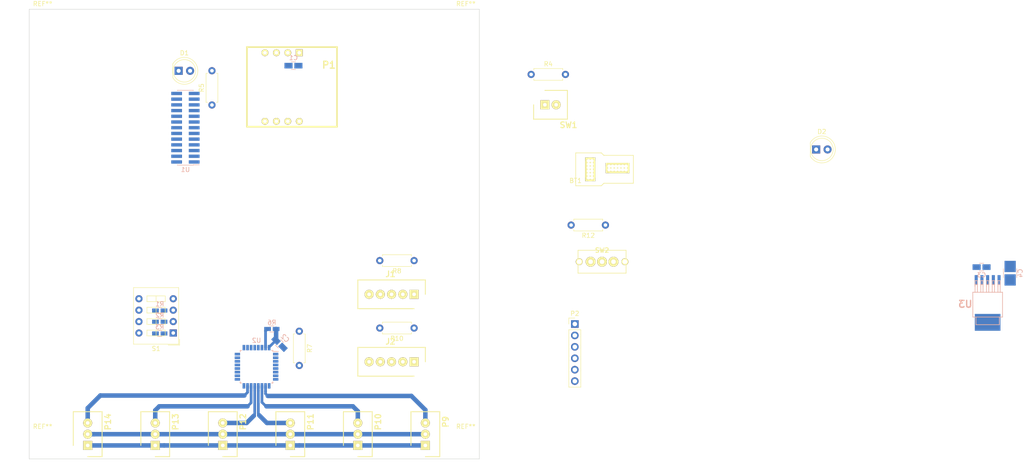
<source format=kicad_pcb>
(kicad_pcb (version 4) (host pcbnew 4.0.6)

  (general
    (links 117)
    (no_connects 76)
    (area 24.949999 24.949999 125.050001 125.050001)
    (thickness 1.6)
    (drawings 4)
    (tracks 57)
    (zones 0)
    (modules 37)
    (nets 59)
  )

  (page A4)
  (layers
    (0 F.Cu signal)
    (31 B.Cu signal)
    (32 B.Adhes user)
    (33 F.Adhes user)
    (34 B.Paste user)
    (35 F.Paste user)
    (36 B.SilkS user)
    (37 F.SilkS user)
    (38 B.Mask user)
    (39 F.Mask user)
    (40 Dwgs.User user)
    (41 Cmts.User user)
    (42 Eco1.User user)
    (43 Eco2.User user)
    (44 Edge.Cuts user)
    (45 Margin user)
    (46 B.CrtYd user)
    (47 F.CrtYd user)
    (48 B.Fab user)
    (49 F.Fab user)
  )

  (setup
    (last_trace_width 1)
    (user_trace_width 0.6)
    (user_trace_width 1)
    (user_trace_width 1.5)
    (user_trace_width 2)
    (trace_clearance 0.1)
    (zone_clearance 0.508)
    (zone_45_only no)
    (trace_min 0.5)
    (segment_width 0.2)
    (edge_width 0.1)
    (via_size 1.6)
    (via_drill 0.8)
    (via_min_size 1.6)
    (via_min_drill 0.8)
    (uvia_size 0.3)
    (uvia_drill 0.1)
    (uvias_allowed no)
    (uvia_min_size 0.2)
    (uvia_min_drill 0.1)
    (pcb_text_width 0.3)
    (pcb_text_size 1.5 1.5)
    (mod_edge_width 0.15)
    (mod_text_size 1 1)
    (mod_text_width 0.15)
    (pad_size 2.4 0.74)
    (pad_drill 0)
    (pad_to_mask_clearance 0)
    (aux_axis_origin 0 0)
    (visible_elements 7FFFF7FF)
    (pcbplotparams
      (layerselection 0x00030_80000001)
      (usegerberextensions false)
      (excludeedgelayer true)
      (linewidth 0.100000)
      (plotframeref false)
      (viasonmask false)
      (mode 1)
      (useauxorigin false)
      (hpglpennumber 1)
      (hpglpenspeed 20)
      (hpglpendiameter 15)
      (hpglpenoverlay 2)
      (psnegative false)
      (psa4output false)
      (plotreference true)
      (plotvalue true)
      (plotinvisibletext false)
      (padsonsilk false)
      (subtractmaskfromsilk false)
      (outputformat 1)
      (mirror false)
      (drillshape 1)
      (scaleselection 1)
      (outputdirectory ""))
  )

  (net 0 "")
  (net 1 "Net-(BT1-Pad1)")
  (net 2 GND)
  (net 3 +3V3)
  (net 4 +7.4V)
  (net 5 "Net-(D1-Pad2)")
  (net 6 "Net-(D2-Pad1)")
  (net 7 /Rotation)
  (net 8 "Net-(P1-Pad6)")
  (net 9 /Blutooth_TXD)
  (net 10 /Blutooth_RXD)
  (net 11 "Net-(P1-Pad3)")
  (net 12 "Net-(P2-Pad1)")
  (net 13 /SWCLK)
  (net 14 /SWDIO)
  (net 15 /NRST)
  (net 16 /SWO)
  (net 17 /LeftU)
  (net 18 /LeftV)
  (net 19 /LeftW)
  (net 20 /RightU)
  (net 21 /RightV)
  (net 22 /RightW)
  (net 23 /DSW_B2)
  (net 24 /DSW_B1)
  (net 25 /DSW_B0)
  (net 26 /Em_SW)
  (net 27 "Net-(R5-Pad1)")
  (net 28 "Net-(R6-Pad2)")
  (net 29 "Net-(SW2-Pad3)")
  (net 30 /busy)
  (net 31 "Net-(U1-Pad2)")
  (net 32 "Net-(U1-Pad3)")
  (net 33 "Net-(U1-Pad4)")
  (net 34 "Net-(U1-Pad5)")
  (net 35 /315MHz_RXD)
  (net 36 /315MHz_TXD)
  (net 37 "Net-(U1-Pad8)")
  (net 38 "Net-(U1-Pad9)")
  (net 39 "Net-(U1-Pad10)")
  (net 40 "Net-(U1-Pad11)")
  (net 41 "Net-(U1-Pad12)")
  (net 42 "Net-(U1-Pad13)")
  (net 43 "Net-(U1-Pad14)")
  (net 44 "Net-(U1-Pad15)")
  (net 45 "Net-(U1-Pad16)")
  (net 46 "Net-(U1-Pad20)")
  (net 47 "Net-(U1-Pad22)")
  (net 48 /reset315)
  (net 49 "Net-(U1-Pad26)")
  (net 50 "Net-(U2-Pad19)")
  (net 51 "Net-(U3-Pad4)")
  (net 52 /Enable_R)
  (net 53 /Move_X)
  (net 54 /Move_Y)
  (net 55 /Enable_L)
  (net 56 /LHand/Joy_Y)
  (net 57 "Net-(S1-Pad5)")
  (net 58 "Net-(S1-Pad4)")

  (net_class Default "これは標準のネット クラスです。"
    (clearance 0.1)
    (trace_width 0.5)
    (via_dia 1.6)
    (via_drill 0.8)
    (uvia_dia 0.3)
    (uvia_drill 0.1)
    (add_net +3V3)
    (add_net +7.4V)
    (add_net /315MHz_RXD)
    (add_net /315MHz_TXD)
    (add_net /Blutooth_RXD)
    (add_net /Blutooth_TXD)
    (add_net /DSW_B0)
    (add_net /DSW_B1)
    (add_net /DSW_B2)
    (add_net /Em_SW)
    (add_net /Enable_L)
    (add_net /Enable_R)
    (add_net /LHand/Joy_Y)
    (add_net /LeftU)
    (add_net /LeftV)
    (add_net /LeftW)
    (add_net /Move_X)
    (add_net /Move_Y)
    (add_net /NRST)
    (add_net /RightU)
    (add_net /RightV)
    (add_net /RightW)
    (add_net /Rotation)
    (add_net /SWCLK)
    (add_net /SWDIO)
    (add_net /SWO)
    (add_net /busy)
    (add_net /reset315)
    (add_net GND)
    (add_net "Net-(BT1-Pad1)")
    (add_net "Net-(D1-Pad2)")
    (add_net "Net-(D2-Pad1)")
    (add_net "Net-(P1-Pad3)")
    (add_net "Net-(P1-Pad6)")
    (add_net "Net-(P2-Pad1)")
    (add_net "Net-(R5-Pad1)")
    (add_net "Net-(R6-Pad2)")
    (add_net "Net-(S1-Pad4)")
    (add_net "Net-(S1-Pad5)")
    (add_net "Net-(SW2-Pad3)")
    (add_net "Net-(U1-Pad10)")
    (add_net "Net-(U1-Pad11)")
    (add_net "Net-(U1-Pad12)")
    (add_net "Net-(U1-Pad13)")
    (add_net "Net-(U1-Pad14)")
    (add_net "Net-(U1-Pad15)")
    (add_net "Net-(U1-Pad16)")
    (add_net "Net-(U1-Pad2)")
    (add_net "Net-(U1-Pad20)")
    (add_net "Net-(U1-Pad22)")
    (add_net "Net-(U1-Pad26)")
    (add_net "Net-(U1-Pad3)")
    (add_net "Net-(U1-Pad4)")
    (add_net "Net-(U1-Pad5)")
    (add_net "Net-(U1-Pad8)")
    (add_net "Net-(U1-Pad9)")
    (add_net "Net-(U2-Pad19)")
    (add_net "Net-(U3-Pad4)")
  )

  (module YASU:XA_3Pin_LP (layer F.Cu) (tedit 5972E625) (tstamp 599DB7A2)
    (at 53 122 270)
    (descr B04B-XASK-1)
    (tags Connector)
    (path /593EB08A/593EB2B2)
    (fp_text reference P13 (at -5.25 -4.5 270) (layer F.SilkS)
      (effects (font (size 1.27 1.27) (thickness 0.254)))
    )
    (fp_text value RV_ADC (at -4.75 5.25 270) (layer F.SilkS) hide
      (effects (font (size 1.27 1.27) (thickness 0.254)))
    )
    (fp_line (start 2.75 3.45) (end -7.75 3.45) (layer Dwgs.User) (width 0.05))
    (fp_line (start -7.75 3.45) (end -7.75 -3.45) (layer Dwgs.User) (width 0.05))
    (fp_line (start -7.75 -3.45) (end 2.75 -3.45) (layer Dwgs.User) (width 0.05))
    (fp_line (start 2.75 -3.45) (end 2.75 3.45) (layer Dwgs.User) (width 0.05))
    (fp_line (start 2.5 3.2) (end -7.5 3.2) (layer Dwgs.User) (width 0.1))
    (fp_line (start -7.5 3.2) (end -7.5 -3.2) (layer Dwgs.User) (width 0.1))
    (fp_line (start -7.5 -3.2) (end 2.5 -3.2) (layer Dwgs.User) (width 0.1))
    (fp_line (start 2.5 -3.2) (end 2.5 3.2) (layer Dwgs.User) (width 0.1))
    (fp_line (start 0 3.2) (end -7.5 3.2) (layer F.SilkS) (width 0.2))
    (fp_line (start -7.5 3.2) (end -7.5 -3.2) (layer F.SilkS) (width 0.2))
    (fp_line (start -7.5 -3.2) (end 2.5 -3.2) (layer F.SilkS) (width 0.2))
    (fp_line (start 2.5 -3.2) (end 2.5 0) (layer F.SilkS) (width 0.2))
    (pad 1 thru_hole rect (at 0 0) (size 2 2) (drill 0.8) (layers *.Cu *.Mask F.SilkS)
      (net 3 +3V3))
    (pad 2 thru_hole circle (at -2.5 0) (size 2 2) (drill 0.8) (layers *.Cu *.Mask F.SilkS)
      (net 2 GND))
    (pad 3 thru_hole circle (at -5 0) (size 2 2) (drill 0.8) (layers *.Cu *.Mask F.SilkS)
      (net 21 /RightV))
  )

  (module YASU:XT_Mdot (layer F.Cu) (tedit 57D60AB2) (tstamp 599DB687)
    (at 149.6 60.6)
    (path /59423E1E)
    (fp_text reference BT1 (at -3.25 2.525) (layer F.SilkS)
      (effects (font (size 1 1) (thickness 0.15)))
    )
    (fp_text value Battery_Cell (at -3.275 -2.575) (layer F.Fab)
      (effects (font (size 1 1) (thickness 0.15)))
    )
    (fp_line (start -3.2 -3.65) (end -3.2 3.65) (layer F.SilkS) (width 0.15))
    (fp_line (start -3.2 3.65) (end 2.5 3.65) (layer F.SilkS) (width 0.15))
    (fp_line (start 2.5 3.65) (end 3.05 3.1) (layer F.SilkS) (width 0.15))
    (fp_line (start 3.05 3.1) (end 9.6 3.1) (layer F.SilkS) (width 0.15))
    (fp_line (start 9.6 3.1) (end 9.6 -3.1) (layer F.SilkS) (width 0.15))
    (fp_line (start 9.6 -3.1) (end 3.05 -3.1) (layer F.SilkS) (width 0.15))
    (fp_line (start 3.05 -3.1) (end 2.5 -3.65) (layer F.SilkS) (width 0.15))
    (fp_line (start 2.5 -3.65) (end -3.2 -3.65) (layer F.SilkS) (width 0.15))
    (pad 1 thru_hole rect (at -0.35 -1.875) (size 1.524 1.524) (drill 0.8) (layers *.Cu *.Mask F.SilkS)
      (net 1 "Net-(BT1-Pad1)"))
    (pad 1 thru_hole rect (at 0.4 -1.875) (size 1.524 1.524) (drill 0.8) (layers *.Cu *.Mask F.SilkS)
      (net 1 "Net-(BT1-Pad1)"))
    (pad 1 thru_hole rect (at -0.35 -1.125) (size 1.524 1.524) (drill 0.8) (layers *.Cu *.Mask F.SilkS)
      (net 1 "Net-(BT1-Pad1)"))
    (pad 1 thru_hole rect (at 0.4 -1.125) (size 1.524 1.524) (drill 0.8) (layers *.Cu *.Mask F.SilkS)
      (net 1 "Net-(BT1-Pad1)"))
    (pad 1 thru_hole rect (at -0.35 -0.375) (size 1.524 1.524) (drill 0.8) (layers *.Cu *.Mask F.SilkS)
      (net 1 "Net-(BT1-Pad1)"))
    (pad 1 thru_hole rect (at 0.4 -0.375) (size 1.524 1.524) (drill 0.8) (layers *.Cu *.Mask F.SilkS)
      (net 1 "Net-(BT1-Pad1)"))
    (pad 1 thru_hole rect (at -0.35 0.375) (size 1.524 1.524) (drill 0.8) (layers *.Cu *.Mask F.SilkS)
      (net 1 "Net-(BT1-Pad1)"))
    (pad 1 thru_hole rect (at 0.4 0.375) (size 1.524 1.524) (drill 0.8) (layers *.Cu *.Mask F.SilkS)
      (net 1 "Net-(BT1-Pad1)"))
    (pad 1 thru_hole rect (at -0.35 1.125) (size 1.524 1.524) (drill 0.8) (layers *.Cu *.Mask F.SilkS)
      (net 1 "Net-(BT1-Pad1)"))
    (pad 1 thru_hole rect (at 0.4 1.125) (size 1.524 1.524) (drill 0.8) (layers *.Cu *.Mask F.SilkS)
      (net 1 "Net-(BT1-Pad1)"))
    (pad 1 thru_hole rect (at -0.35 1.875) (size 1.524 1.524) (drill 0.8) (layers *.Cu *.Mask F.SilkS)
      (net 1 "Net-(BT1-Pad1)"))
    (pad 1 thru_hole rect (at 0.4 1.875) (size 1.524 1.524) (drill 0.8) (layers *.Cu *.Mask F.SilkS)
      (net 1 "Net-(BT1-Pad1)"))
    (pad 2 thru_hole rect (at 4.225 -0.675) (size 1.524 1.524) (drill 0.8) (layers *.Cu *.Mask F.SilkS)
      (net 2 GND))
    (pad 2 thru_hole rect (at 4.975 -0.675) (size 1.524 1.524) (drill 0.8) (layers *.Cu *.Mask F.SilkS)
      (net 2 GND))
    (pad 2 thru_hole rect (at 5.725 -0.675) (size 1.524 1.524) (drill 0.8) (layers *.Cu *.Mask F.SilkS)
      (net 2 GND))
    (pad 2 thru_hole rect (at 6.475 -0.675) (size 1.524 1.524) (drill 0.8) (layers *.Cu *.Mask F.SilkS)
      (net 2 GND))
    (pad 2 thru_hole rect (at 7.225 -0.675) (size 1.524 1.524) (drill 0.8) (layers *.Cu *.Mask F.SilkS)
      (net 2 GND))
    (pad 2 thru_hole rect (at 7.975 -0.675) (size 1.524 1.524) (drill 0.8) (layers *.Cu *.Mask F.SilkS)
      (net 2 GND))
    (pad 2 thru_hole rect (at 4.225 0.075) (size 1.524 1.524) (drill 0.8) (layers *.Cu *.Mask F.SilkS)
      (net 2 GND))
    (pad 2 thru_hole rect (at 4.975 0.075) (size 1.524 1.524) (drill 0.8) (layers *.Cu *.Mask F.SilkS)
      (net 2 GND))
    (pad 2 thru_hole rect (at 5.725 0.075) (size 1.524 1.524) (drill 0.8) (layers *.Cu *.Mask F.SilkS)
      (net 2 GND))
    (pad 2 thru_hole rect (at 6.475 0.075) (size 1.524 1.524) (drill 0.8) (layers *.Cu *.Mask F.SilkS)
      (net 2 GND))
    (pad 2 thru_hole rect (at 7.225 0.075) (size 1.524 1.524) (drill 0.8) (layers *.Cu *.Mask F.SilkS)
      (net 2 GND))
    (pad 2 thru_hole rect (at 7.975 0.075) (size 1.524 1.524) (drill 0.8) (layers *.Cu *.Mask F.SilkS)
      (net 2 GND))
  )

  (module YASU:C_0805_HandSoldering_LP (layer B.Cu) (tedit 599D97B9) (tstamp 599DB698)
    (at 83.7 37.55 180)
    (descr "Capacitor SMD 0805, hand soldering")
    (tags "capacitor 0805")
    (path /5937C110)
    (attr smd)
    (fp_text reference C1 (at 0 1.75 180) (layer B.SilkS)
      (effects (font (size 1 1) (thickness 0.15)) (justify mirror))
    )
    (fp_text value 0.1u (at 0 -1.75 180) (layer B.Fab)
      (effects (font (size 1 1) (thickness 0.15)) (justify mirror))
    )
    (fp_text user %R (at 0 1.75 180) (layer B.Fab)
      (effects (font (size 1 1) (thickness 0.15)) (justify mirror))
    )
    (fp_line (start -1 -0.62) (end -1 0.62) (layer B.Fab) (width 0.1))
    (fp_line (start 1 -0.62) (end -1 -0.62) (layer B.Fab) (width 0.1))
    (fp_line (start 1 0.62) (end 1 -0.62) (layer B.Fab) (width 0.1))
    (fp_line (start -1 0.62) (end 1 0.62) (layer B.Fab) (width 0.1))
    (fp_line (start 0.5 0.85) (end -0.5 0.85) (layer B.SilkS) (width 0.12))
    (fp_line (start -0.5 -0.85) (end 0.5 -0.85) (layer B.SilkS) (width 0.12))
    (fp_line (start -2.25 0.88) (end 2.25 0.88) (layer B.CrtYd) (width 0.05))
    (fp_line (start -2.25 0.88) (end -2.25 -0.87) (layer B.CrtYd) (width 0.05))
    (fp_line (start 2.25 -0.87) (end 2.25 0.88) (layer B.CrtYd) (width 0.05))
    (fp_line (start 2.25 -0.87) (end -2.25 -0.87) (layer B.CrtYd) (width 0.05))
    (pad 1 smd rect (at -1.1 0 180) (size 1.8 1.25) (layers B.Cu B.Paste B.Mask)
      (net 2 GND))
    (pad 2 smd rect (at 1.1 0 180) (size 1.8 1.25) (layers B.Cu B.Paste B.Mask)
      (net 3 +3V3))
    (model Capacitors_SMD.3dshapes/C_0805.wrl
      (at (xyz 0 0 0))
      (scale (xyz 1 1 1))
      (rotate (xyz 0 0 0))
    )
  )

  (module YASU:C_0805_HandSoldering_LP (layer B.Cu) (tedit 599D97B9) (tstamp 599DB6A9)
    (at 80.6 99.4 135)
    (descr "Capacitor SMD 0805, hand soldering")
    (tags "capacitor 0805")
    (path /5936C50E)
    (attr smd)
    (fp_text reference C2 (at 0 1.75 135) (layer B.SilkS)
      (effects (font (size 1 1) (thickness 0.15)) (justify mirror))
    )
    (fp_text value 0.1u (at 0 -1.75 135) (layer B.Fab)
      (effects (font (size 1 1) (thickness 0.15)) (justify mirror))
    )
    (fp_text user %R (at 0 1.75 135) (layer B.Fab)
      (effects (font (size 1 1) (thickness 0.15)) (justify mirror))
    )
    (fp_line (start -1 -0.62) (end -1 0.62) (layer B.Fab) (width 0.1))
    (fp_line (start 1 -0.62) (end -1 -0.62) (layer B.Fab) (width 0.1))
    (fp_line (start 1 0.62) (end 1 -0.62) (layer B.Fab) (width 0.1))
    (fp_line (start -1 0.62) (end 1 0.62) (layer B.Fab) (width 0.1))
    (fp_line (start 0.5 0.85) (end -0.5 0.85) (layer B.SilkS) (width 0.12))
    (fp_line (start -0.5 -0.85) (end 0.5 -0.85) (layer B.SilkS) (width 0.12))
    (fp_line (start -2.25 0.88) (end 2.25 0.88) (layer B.CrtYd) (width 0.05))
    (fp_line (start -2.25 0.88) (end -2.25 -0.87) (layer B.CrtYd) (width 0.05))
    (fp_line (start 2.25 -0.87) (end 2.25 0.88) (layer B.CrtYd) (width 0.05))
    (fp_line (start 2.25 -0.87) (end -2.25 -0.87) (layer B.CrtYd) (width 0.05))
    (pad 1 smd rect (at -1.1 0 135) (size 1.8 1.25) (layers B.Cu B.Paste B.Mask)
      (net 3 +3V3))
    (pad 2 smd rect (at 1.1 0 135) (size 1.8 1.25) (layers B.Cu B.Paste B.Mask)
      (net 2 GND))
    (model Capacitors_SMD.3dshapes/C_0805.wrl
      (at (xyz 0 0 0))
      (scale (xyz 1 1 1))
      (rotate (xyz 0 0 0))
    )
  )

  (module YASU:C_0805_HandSoldering_LP (layer B.Cu) (tedit 599D97B9) (tstamp 599DB6BA)
    (at 236.55 82.35)
    (descr "Capacitor SMD 0805, hand soldering")
    (tags "capacitor 0805")
    (path /5936B5DF/58DB5268)
    (attr smd)
    (fp_text reference C3 (at 0 1.75) (layer B.SilkS)
      (effects (font (size 1 1) (thickness 0.15)) (justify mirror))
    )
    (fp_text value 0.1u (at 0 -1.75) (layer B.Fab)
      (effects (font (size 1 1) (thickness 0.15)) (justify mirror))
    )
    (fp_text user %R (at 0 1.75) (layer B.Fab)
      (effects (font (size 1 1) (thickness 0.15)) (justify mirror))
    )
    (fp_line (start -1 -0.62) (end -1 0.62) (layer B.Fab) (width 0.1))
    (fp_line (start 1 -0.62) (end -1 -0.62) (layer B.Fab) (width 0.1))
    (fp_line (start 1 0.62) (end 1 -0.62) (layer B.Fab) (width 0.1))
    (fp_line (start -1 0.62) (end 1 0.62) (layer B.Fab) (width 0.1))
    (fp_line (start 0.5 0.85) (end -0.5 0.85) (layer B.SilkS) (width 0.12))
    (fp_line (start -0.5 -0.85) (end 0.5 -0.85) (layer B.SilkS) (width 0.12))
    (fp_line (start -2.25 0.88) (end 2.25 0.88) (layer B.CrtYd) (width 0.05))
    (fp_line (start -2.25 0.88) (end -2.25 -0.87) (layer B.CrtYd) (width 0.05))
    (fp_line (start 2.25 -0.87) (end 2.25 0.88) (layer B.CrtYd) (width 0.05))
    (fp_line (start 2.25 -0.87) (end -2.25 -0.87) (layer B.CrtYd) (width 0.05))
    (pad 1 smd rect (at -1.1 0) (size 1.8 1.25) (layers B.Cu B.Paste B.Mask)
      (net 4 +7.4V))
    (pad 2 smd rect (at 1.1 0) (size 1.8 1.25) (layers B.Cu B.Paste B.Mask)
      (net 3 +3V3))
    (model Capacitors_SMD.3dshapes/C_0805.wrl
      (at (xyz 0 0 0))
      (scale (xyz 1 1 1))
      (rotate (xyz 0 0 0))
    )
  )

  (module YASU:C_1210_HandSoldering_LP (layer B.Cu) (tedit 599D9819) (tstamp 599DB6C0)
    (at 242.9 83.7 90)
    (descr "Capacitor SMD 1210, hand soldering")
    (tags "capacitor 1210")
    (path /5936B5DF/58DB5295)
    (attr smd)
    (fp_text reference C4 (at 0 2.25 90) (layer B.SilkS)
      (effects (font (size 1 1) (thickness 0.15)) (justify mirror))
    )
    (fp_text value 47u (at 0 -2.5 90) (layer B.Fab)
      (effects (font (size 1 1) (thickness 0.15)) (justify mirror))
    )
    (fp_text user %R (at 0 2.25 90) (layer B.Fab)
      (effects (font (size 1 1) (thickness 0.15)) (justify mirror))
    )
    (fp_line (start -1.6 -1.25) (end -1.6 1.25) (layer B.Fab) (width 0.1))
    (fp_line (start 1.6 -1.25) (end -1.6 -1.25) (layer B.Fab) (width 0.1))
    (fp_line (start 1.6 1.25) (end 1.6 -1.25) (layer B.Fab) (width 0.1))
    (fp_line (start -1.6 1.25) (end 1.6 1.25) (layer B.Fab) (width 0.1))
    (fp_line (start 1 1.48) (end -1 1.48) (layer B.SilkS) (width 0.12))
    (fp_line (start -1 -1.48) (end 1 -1.48) (layer B.SilkS) (width 0.12))
    (fp_line (start -3.25 1.5) (end 3.25 1.5) (layer B.CrtYd) (width 0.05))
    (fp_line (start -3.25 1.5) (end -3.25 -1.5) (layer B.CrtYd) (width 0.05))
    (fp_line (start 3.25 -1.5) (end 3.25 1.5) (layer B.CrtYd) (width 0.05))
    (fp_line (start 3.25 -1.5) (end -3.25 -1.5) (layer B.CrtYd) (width 0.05))
    (pad 1 smd rect (at -1.5 0 90) (size 2.5 2.5) (layers B.Cu B.Paste B.Mask)
      (net 2 GND))
    (pad 2 smd rect (at 1.5 0 90) (size 2.5 2.5) (layers B.Cu B.Paste B.Mask)
      (net 3 +3V3))
    (model Capacitors_SMD.3dshapes/C_1210.wrl
      (at (xyz 0 0 0))
      (scale (xyz 1 1 1))
      (rotate (xyz 0 0 0))
    )
  )

  (module LEDs:LED_D5.0mm (layer F.Cu) (tedit 5995936A) (tstamp 599DB6C6)
    (at 58.2 38.7)
    (descr "LED, diameter 5.0mm, 2 pins, http://cdn-reichelt.de/documents/datenblatt/A500/LL-504BC2E-009.pdf")
    (tags "LED diameter 5.0mm 2 pins")
    (path /59426E1D)
    (fp_text reference D1 (at 1.27 -3.96) (layer F.SilkS)
      (effects (font (size 1 1) (thickness 0.15)))
    )
    (fp_text value LED (at 1.27 3.96) (layer F.Fab)
      (effects (font (size 1 1) (thickness 0.15)))
    )
    (fp_arc (start 1.27 0) (end -1.23 -1.469694) (angle 299.1) (layer F.Fab) (width 0.1))
    (fp_arc (start 1.27 0) (end -1.29 -1.54483) (angle 148.9) (layer F.SilkS) (width 0.12))
    (fp_arc (start 1.27 0) (end -1.29 1.54483) (angle -148.9) (layer F.SilkS) (width 0.12))
    (fp_circle (center 1.27 0) (end 3.77 0) (layer F.Fab) (width 0.1))
    (fp_circle (center 1.27 0) (end 3.77 0) (layer F.SilkS) (width 0.12))
    (fp_line (start -1.23 -1.469694) (end -1.23 1.469694) (layer F.Fab) (width 0.1))
    (fp_line (start -1.29 -1.545) (end -1.29 1.545) (layer F.SilkS) (width 0.12))
    (fp_line (start -1.95 -3.25) (end -1.95 3.25) (layer F.CrtYd) (width 0.05))
    (fp_line (start -1.95 3.25) (end 4.5 3.25) (layer F.CrtYd) (width 0.05))
    (fp_line (start 4.5 3.25) (end 4.5 -3.25) (layer F.CrtYd) (width 0.05))
    (fp_line (start 4.5 -3.25) (end -1.95 -3.25) (layer F.CrtYd) (width 0.05))
    (fp_text user %R (at 1.25 0) (layer F.Fab)
      (effects (font (size 0.8 0.8) (thickness 0.2)))
    )
    (pad 1 thru_hole rect (at 0 0) (size 1.8 1.8) (drill 0.9) (layers *.Cu *.Mask)
      (net 2 GND))
    (pad 2 thru_hole circle (at 2.54 0) (size 1.8 1.8) (drill 0.9) (layers *.Cu *.Mask)
      (net 5 "Net-(D1-Pad2)"))
    (model ${KISYS3DMOD}/LEDs.3dshapes/LED_D5.0mm.wrl
      (at (xyz 0 0 0))
      (scale (xyz 0.393701 0.393701 0.393701))
      (rotate (xyz 0 0 0))
    )
  )

  (module LEDs:LED_D5.0mm (layer F.Cu) (tedit 5995936A) (tstamp 599DB6CC)
    (at 199.805001 56.185)
    (descr "LED, diameter 5.0mm, 2 pins, http://cdn-reichelt.de/documents/datenblatt/A500/LL-504BC2E-009.pdf")
    (tags "LED diameter 5.0mm 2 pins")
    (path /59430038)
    (fp_text reference D2 (at 1.27 -3.96) (layer F.SilkS)
      (effects (font (size 1 1) (thickness 0.15)))
    )
    (fp_text value LED (at 1.27 3.96) (layer F.Fab)
      (effects (font (size 1 1) (thickness 0.15)))
    )
    (fp_arc (start 1.27 0) (end -1.23 -1.469694) (angle 299.1) (layer F.Fab) (width 0.1))
    (fp_arc (start 1.27 0) (end -1.29 -1.54483) (angle 148.9) (layer F.SilkS) (width 0.12))
    (fp_arc (start 1.27 0) (end -1.29 1.54483) (angle -148.9) (layer F.SilkS) (width 0.12))
    (fp_circle (center 1.27 0) (end 3.77 0) (layer F.Fab) (width 0.1))
    (fp_circle (center 1.27 0) (end 3.77 0) (layer F.SilkS) (width 0.12))
    (fp_line (start -1.23 -1.469694) (end -1.23 1.469694) (layer F.Fab) (width 0.1))
    (fp_line (start -1.29 -1.545) (end -1.29 1.545) (layer F.SilkS) (width 0.12))
    (fp_line (start -1.95 -3.25) (end -1.95 3.25) (layer F.CrtYd) (width 0.05))
    (fp_line (start -1.95 3.25) (end 4.5 3.25) (layer F.CrtYd) (width 0.05))
    (fp_line (start 4.5 3.25) (end 4.5 -3.25) (layer F.CrtYd) (width 0.05))
    (fp_line (start 4.5 -3.25) (end -1.95 -3.25) (layer F.CrtYd) (width 0.05))
    (fp_text user %R (at 1.25 0) (layer F.Fab)
      (effects (font (size 0.8 0.8) (thickness 0.2)))
    )
    (pad 1 thru_hole rect (at 0 0) (size 1.8 1.8) (drill 0.9) (layers *.Cu *.Mask)
      (net 6 "Net-(D2-Pad1)"))
    (pad 2 thru_hole circle (at 2.54 0) (size 1.8 1.8) (drill 0.9) (layers *.Cu *.Mask)
      (net 3 +3V3))
    (model ${KISYS3DMOD}/LEDs.3dshapes/LED_D5.0mm.wrl
      (at (xyz 0 0 0))
      (scale (xyz 0.393701 0.393701 0.393701))
      (rotate (xyz 0 0 0))
    )
  )

  (module robocon_pcb:ESD200 (layer F.Cu) (tedit 560CD91F) (tstamp 599DB6EF)
    (at 82.45 42.3)
    (path /5936B91F)
    (fp_text reference P1 (at 9.12114 -4.88442) (layer F.SilkS)
      (effects (font (thickness 0.3048)))
    )
    (fp_text value BLUETOOTH (at 0 0 90) (layer F.SilkS) hide
      (effects (font (thickness 0.3048)))
    )
    (fp_line (start 10.922 8.8265) (end 10.922 -8.89) (layer F.SilkS) (width 0.381))
    (fp_line (start -9.0805 -8.89) (end -9.0805 8.8265) (layer F.SilkS) (width 0.381))
    (fp_line (start -9.0805 -8.87476) (end 10.91946 -8.87476) (layer F.SilkS) (width 0.381))
    (fp_line (start 10.91946 8.83158) (end -9.0805 8.83158) (layer F.SilkS) (width 0.381))
    (pad 5 thru_hole circle (at -5.08 7.62) (size 1.524 1.524) (drill 0.8128) (layers *.Cu *.Mask F.SilkS)
      (net 2 GND))
    (pad 6 thru_hole circle (at -2.54 7.62) (size 1.524 1.524) (drill 0.8128) (layers *.Cu *.Mask F.SilkS)
      (net 8 "Net-(P1-Pad6)"))
    (pad 7 thru_hole circle (at 0 7.62) (size 1.524 1.524) (drill 0.8128) (layers *.Cu *.Mask F.SilkS)
      (net 9 /Blutooth_TXD))
    (pad 8 thru_hole circle (at 2.54 7.62) (size 1.524 1.524) (drill 0.8128) (layers *.Cu *.Mask F.SilkS)
      (net 10 /Blutooth_RXD))
    (pad 1 thru_hole rect (at 2.54 -7.62) (size 1.524 1.524) (drill 0.8128) (layers *.Cu *.Mask F.SilkS)
      (net 2 GND))
    (pad 2 thru_hole circle (at 0 -7.62) (size 1.524 1.524) (drill 0.8128) (layers *.Cu *.Mask F.SilkS)
      (net 3 +3V3))
    (pad 3 thru_hole circle (at -2.54 -7.62) (size 1.524 1.524) (drill 0.8128) (layers *.Cu *.Mask F.SilkS)
      (net 11 "Net-(P1-Pad3)"))
    (pad 4 thru_hole circle (at -5.08 -7.62) (size 1.524 1.524) (drill 0.8128) (layers *.Cu *.Mask F.SilkS)
      (net 3 +3V3))
  )

  (module Pin_Headers:Pin_Header_Straight_1x06_Pitch2.54mm (layer F.Cu) (tedit 59650532) (tstamp 599DB6F9)
    (at 146.2 95)
    (descr "Through hole straight pin header, 1x06, 2.54mm pitch, single row")
    (tags "Through hole pin header THT 1x06 2.54mm single row")
    (path /5936B59F/58DA469F)
    (fp_text reference P2 (at 0 -2.33) (layer F.SilkS)
      (effects (font (size 1 1) (thickness 0.15)))
    )
    (fp_text value CONN_01X06 (at 0 15.03) (layer F.Fab)
      (effects (font (size 1 1) (thickness 0.15)))
    )
    (fp_line (start -0.635 -1.27) (end 1.27 -1.27) (layer F.Fab) (width 0.1))
    (fp_line (start 1.27 -1.27) (end 1.27 13.97) (layer F.Fab) (width 0.1))
    (fp_line (start 1.27 13.97) (end -1.27 13.97) (layer F.Fab) (width 0.1))
    (fp_line (start -1.27 13.97) (end -1.27 -0.635) (layer F.Fab) (width 0.1))
    (fp_line (start -1.27 -0.635) (end -0.635 -1.27) (layer F.Fab) (width 0.1))
    (fp_line (start -1.33 14.03) (end 1.33 14.03) (layer F.SilkS) (width 0.12))
    (fp_line (start -1.33 1.27) (end -1.33 14.03) (layer F.SilkS) (width 0.12))
    (fp_line (start 1.33 1.27) (end 1.33 14.03) (layer F.SilkS) (width 0.12))
    (fp_line (start -1.33 1.27) (end 1.33 1.27) (layer F.SilkS) (width 0.12))
    (fp_line (start -1.33 0) (end -1.33 -1.33) (layer F.SilkS) (width 0.12))
    (fp_line (start -1.33 -1.33) (end 0 -1.33) (layer F.SilkS) (width 0.12))
    (fp_line (start -1.8 -1.8) (end -1.8 14.5) (layer F.CrtYd) (width 0.05))
    (fp_line (start -1.8 14.5) (end 1.8 14.5) (layer F.CrtYd) (width 0.05))
    (fp_line (start 1.8 14.5) (end 1.8 -1.8) (layer F.CrtYd) (width 0.05))
    (fp_line (start 1.8 -1.8) (end -1.8 -1.8) (layer F.CrtYd) (width 0.05))
    (fp_text user %R (at 0 6.35 90) (layer F.Fab)
      (effects (font (size 1 1) (thickness 0.15)))
    )
    (pad 1 thru_hole rect (at 0 0) (size 1.7 1.7) (drill 1) (layers *.Cu *.Mask)
      (net 12 "Net-(P2-Pad1)"))
    (pad 2 thru_hole oval (at 0 2.54) (size 1.7 1.7) (drill 1) (layers *.Cu *.Mask)
      (net 13 /SWCLK))
    (pad 3 thru_hole oval (at 0 5.08) (size 1.7 1.7) (drill 1) (layers *.Cu *.Mask)
      (net 2 GND))
    (pad 4 thru_hole oval (at 0 7.62) (size 1.7 1.7) (drill 1) (layers *.Cu *.Mask)
      (net 14 /SWDIO))
    (pad 5 thru_hole oval (at 0 10.16) (size 1.7 1.7) (drill 1) (layers *.Cu *.Mask)
      (net 15 /NRST))
    (pad 6 thru_hole oval (at 0 12.7) (size 1.7 1.7) (drill 1) (layers *.Cu *.Mask)
      (net 16 /SWO))
    (model ${KISYS3DMOD}/Pin_Headers.3dshapes/Pin_Header_Straight_1x06_Pitch2.54mm.wrl
      (at (xyz 0 0 0))
      (scale (xyz 1 1 1))
      (rotate (xyz 0 0 0))
    )
  )

  (module YASU:XA_3Pin_LP (layer F.Cu) (tedit 5972E625) (tstamp 599DB756)
    (at 113 122 270)
    (descr B04B-XASK-1)
    (tags Connector)
    (path /593EB08A/593EB2FC)
    (fp_text reference P9 (at -5.25 -4.5 270) (layer F.SilkS)
      (effects (font (size 1.27 1.27) (thickness 0.254)))
    )
    (fp_text value LU_ADC (at -4.75 5.25 270) (layer F.SilkS) hide
      (effects (font (size 1.27 1.27) (thickness 0.254)))
    )
    (fp_line (start 2.75 3.45) (end -7.75 3.45) (layer Dwgs.User) (width 0.05))
    (fp_line (start -7.75 3.45) (end -7.75 -3.45) (layer Dwgs.User) (width 0.05))
    (fp_line (start -7.75 -3.45) (end 2.75 -3.45) (layer Dwgs.User) (width 0.05))
    (fp_line (start 2.75 -3.45) (end 2.75 3.45) (layer Dwgs.User) (width 0.05))
    (fp_line (start 2.5 3.2) (end -7.5 3.2) (layer Dwgs.User) (width 0.1))
    (fp_line (start -7.5 3.2) (end -7.5 -3.2) (layer Dwgs.User) (width 0.1))
    (fp_line (start -7.5 -3.2) (end 2.5 -3.2) (layer Dwgs.User) (width 0.1))
    (fp_line (start 2.5 -3.2) (end 2.5 3.2) (layer Dwgs.User) (width 0.1))
    (fp_line (start 0 3.2) (end -7.5 3.2) (layer F.SilkS) (width 0.2))
    (fp_line (start -7.5 3.2) (end -7.5 -3.2) (layer F.SilkS) (width 0.2))
    (fp_line (start -7.5 -3.2) (end 2.5 -3.2) (layer F.SilkS) (width 0.2))
    (fp_line (start 2.5 -3.2) (end 2.5 0) (layer F.SilkS) (width 0.2))
    (pad 1 thru_hole rect (at 0 0) (size 2 2) (drill 0.8) (layers *.Cu *.Mask F.SilkS)
      (net 3 +3V3))
    (pad 2 thru_hole circle (at -2.5 0) (size 2 2) (drill 0.8) (layers *.Cu *.Mask F.SilkS)
      (net 2 GND))
    (pad 3 thru_hole circle (at -5 0) (size 2 2) (drill 0.8) (layers *.Cu *.Mask F.SilkS)
      (net 17 /LeftU))
  )

  (module YASU:XA_3Pin_LP (layer F.Cu) (tedit 5972E625) (tstamp 599DB769)
    (at 98 122 270)
    (descr B04B-XASK-1)
    (tags Connector)
    (path /593EB08A/593EB2EE)
    (fp_text reference P10 (at -5.25 -4.5 270) (layer F.SilkS)
      (effects (font (size 1.27 1.27) (thickness 0.254)))
    )
    (fp_text value LV_ADC (at -4.75 5.25 270) (layer F.SilkS) hide
      (effects (font (size 1.27 1.27) (thickness 0.254)))
    )
    (fp_line (start 2.75 3.45) (end -7.75 3.45) (layer Dwgs.User) (width 0.05))
    (fp_line (start -7.75 3.45) (end -7.75 -3.45) (layer Dwgs.User) (width 0.05))
    (fp_line (start -7.75 -3.45) (end 2.75 -3.45) (layer Dwgs.User) (width 0.05))
    (fp_line (start 2.75 -3.45) (end 2.75 3.45) (layer Dwgs.User) (width 0.05))
    (fp_line (start 2.5 3.2) (end -7.5 3.2) (layer Dwgs.User) (width 0.1))
    (fp_line (start -7.5 3.2) (end -7.5 -3.2) (layer Dwgs.User) (width 0.1))
    (fp_line (start -7.5 -3.2) (end 2.5 -3.2) (layer Dwgs.User) (width 0.1))
    (fp_line (start 2.5 -3.2) (end 2.5 3.2) (layer Dwgs.User) (width 0.1))
    (fp_line (start 0 3.2) (end -7.5 3.2) (layer F.SilkS) (width 0.2))
    (fp_line (start -7.5 3.2) (end -7.5 -3.2) (layer F.SilkS) (width 0.2))
    (fp_line (start -7.5 -3.2) (end 2.5 -3.2) (layer F.SilkS) (width 0.2))
    (fp_line (start 2.5 -3.2) (end 2.5 0) (layer F.SilkS) (width 0.2))
    (pad 1 thru_hole rect (at 0 0) (size 2 2) (drill 0.8) (layers *.Cu *.Mask F.SilkS)
      (net 3 +3V3))
    (pad 2 thru_hole circle (at -2.5 0) (size 2 2) (drill 0.8) (layers *.Cu *.Mask F.SilkS)
      (net 2 GND))
    (pad 3 thru_hole circle (at -5 0) (size 2 2) (drill 0.8) (layers *.Cu *.Mask F.SilkS)
      (net 18 /LeftV))
  )

  (module YASU:XA_3Pin_LP (layer F.Cu) (tedit 5972E625) (tstamp 599DB77C)
    (at 83 122 270)
    (descr B04B-XASK-1)
    (tags Connector)
    (path /593EB08A/593EB2F5)
    (fp_text reference P11 (at -5.25 -4.5 270) (layer F.SilkS)
      (effects (font (size 1.27 1.27) (thickness 0.254)))
    )
    (fp_text value LW_ADC (at -4.75 5.25 270) (layer F.SilkS) hide
      (effects (font (size 1.27 1.27) (thickness 0.254)))
    )
    (fp_line (start 2.75 3.45) (end -7.75 3.45) (layer Dwgs.User) (width 0.05))
    (fp_line (start -7.75 3.45) (end -7.75 -3.45) (layer Dwgs.User) (width 0.05))
    (fp_line (start -7.75 -3.45) (end 2.75 -3.45) (layer Dwgs.User) (width 0.05))
    (fp_line (start 2.75 -3.45) (end 2.75 3.45) (layer Dwgs.User) (width 0.05))
    (fp_line (start 2.5 3.2) (end -7.5 3.2) (layer Dwgs.User) (width 0.1))
    (fp_line (start -7.5 3.2) (end -7.5 -3.2) (layer Dwgs.User) (width 0.1))
    (fp_line (start -7.5 -3.2) (end 2.5 -3.2) (layer Dwgs.User) (width 0.1))
    (fp_line (start 2.5 -3.2) (end 2.5 3.2) (layer Dwgs.User) (width 0.1))
    (fp_line (start 0 3.2) (end -7.5 3.2) (layer F.SilkS) (width 0.2))
    (fp_line (start -7.5 3.2) (end -7.5 -3.2) (layer F.SilkS) (width 0.2))
    (fp_line (start -7.5 -3.2) (end 2.5 -3.2) (layer F.SilkS) (width 0.2))
    (fp_line (start 2.5 -3.2) (end 2.5 0) (layer F.SilkS) (width 0.2))
    (pad 1 thru_hole rect (at 0 0) (size 2 2) (drill 0.8) (layers *.Cu *.Mask F.SilkS)
      (net 3 +3V3))
    (pad 2 thru_hole circle (at -2.5 0) (size 2 2) (drill 0.8) (layers *.Cu *.Mask F.SilkS)
      (net 2 GND))
    (pad 3 thru_hole circle (at -5 0) (size 2 2) (drill 0.8) (layers *.Cu *.Mask F.SilkS)
      (net 19 /LeftW))
  )

  (module YASU:XA_3Pin_LP (layer F.Cu) (tedit 5972E625) (tstamp 599DB78F)
    (at 68 122 270)
    (descr B04B-XASK-1)
    (tags Connector)
    (path /593EB08A/593EB2C0)
    (fp_text reference P12 (at -5.25 -4.5 270) (layer F.SilkS)
      (effects (font (size 1.27 1.27) (thickness 0.254)))
    )
    (fp_text value RU_ADC (at -4.75 5.25 270) (layer F.SilkS) hide
      (effects (font (size 1.27 1.27) (thickness 0.254)))
    )
    (fp_line (start 2.75 3.45) (end -7.75 3.45) (layer Dwgs.User) (width 0.05))
    (fp_line (start -7.75 3.45) (end -7.75 -3.45) (layer Dwgs.User) (width 0.05))
    (fp_line (start -7.75 -3.45) (end 2.75 -3.45) (layer Dwgs.User) (width 0.05))
    (fp_line (start 2.75 -3.45) (end 2.75 3.45) (layer Dwgs.User) (width 0.05))
    (fp_line (start 2.5 3.2) (end -7.5 3.2) (layer Dwgs.User) (width 0.1))
    (fp_line (start -7.5 3.2) (end -7.5 -3.2) (layer Dwgs.User) (width 0.1))
    (fp_line (start -7.5 -3.2) (end 2.5 -3.2) (layer Dwgs.User) (width 0.1))
    (fp_line (start 2.5 -3.2) (end 2.5 3.2) (layer Dwgs.User) (width 0.1))
    (fp_line (start 0 3.2) (end -7.5 3.2) (layer F.SilkS) (width 0.2))
    (fp_line (start -7.5 3.2) (end -7.5 -3.2) (layer F.SilkS) (width 0.2))
    (fp_line (start -7.5 -3.2) (end 2.5 -3.2) (layer F.SilkS) (width 0.2))
    (fp_line (start 2.5 -3.2) (end 2.5 0) (layer F.SilkS) (width 0.2))
    (pad 1 thru_hole rect (at 0 0) (size 2 2) (drill 0.8) (layers *.Cu *.Mask F.SilkS)
      (net 3 +3V3))
    (pad 2 thru_hole circle (at -2.5 0) (size 2 2) (drill 0.8) (layers *.Cu *.Mask F.SilkS)
      (net 2 GND))
    (pad 3 thru_hole circle (at -5 0) (size 2 2) (drill 0.8) (layers *.Cu *.Mask F.SilkS)
      (net 20 /RightU))
  )

  (module YASU:XA_3Pin_LP (layer F.Cu) (tedit 5972E625) (tstamp 599DB7B5)
    (at 38 122 270)
    (descr B04B-XASK-1)
    (tags Connector)
    (path /593EB08A/593EB2B9)
    (fp_text reference P14 (at -5.25 -4.5 270) (layer F.SilkS)
      (effects (font (size 1.27 1.27) (thickness 0.254)))
    )
    (fp_text value RW_ADC (at -4.75 5.25 270) (layer F.SilkS) hide
      (effects (font (size 1.27 1.27) (thickness 0.254)))
    )
    (fp_line (start 2.75 3.45) (end -7.75 3.45) (layer Dwgs.User) (width 0.05))
    (fp_line (start -7.75 3.45) (end -7.75 -3.45) (layer Dwgs.User) (width 0.05))
    (fp_line (start -7.75 -3.45) (end 2.75 -3.45) (layer Dwgs.User) (width 0.05))
    (fp_line (start 2.75 -3.45) (end 2.75 3.45) (layer Dwgs.User) (width 0.05))
    (fp_line (start 2.5 3.2) (end -7.5 3.2) (layer Dwgs.User) (width 0.1))
    (fp_line (start -7.5 3.2) (end -7.5 -3.2) (layer Dwgs.User) (width 0.1))
    (fp_line (start -7.5 -3.2) (end 2.5 -3.2) (layer Dwgs.User) (width 0.1))
    (fp_line (start 2.5 -3.2) (end 2.5 3.2) (layer Dwgs.User) (width 0.1))
    (fp_line (start 0 3.2) (end -7.5 3.2) (layer F.SilkS) (width 0.2))
    (fp_line (start -7.5 3.2) (end -7.5 -3.2) (layer F.SilkS) (width 0.2))
    (fp_line (start -7.5 -3.2) (end 2.5 -3.2) (layer F.SilkS) (width 0.2))
    (fp_line (start 2.5 -3.2) (end 2.5 0) (layer F.SilkS) (width 0.2))
    (pad 1 thru_hole rect (at 0 0) (size 2 2) (drill 0.8) (layers *.Cu *.Mask F.SilkS)
      (net 3 +3V3))
    (pad 2 thru_hole circle (at -2.5 0) (size 2 2) (drill 0.8) (layers *.Cu *.Mask F.SilkS)
      (net 2 GND))
    (pad 3 thru_hole circle (at -5 0) (size 2 2) (drill 0.8) (layers *.Cu *.Mask F.SilkS)
      (net 22 /RightW))
  )

  (module YASU:R_0603_HandSoldering_LP (layer B.Cu) (tedit 597EB827) (tstamp 599DB7C6)
    (at 54 92 180)
    (descr "Resistor SMD 0603, hand soldering")
    (tags "resistor 0603")
    (path /593A8F2B)
    (attr smd)
    (fp_text reference R1 (at 0 1.45 180) (layer B.SilkS)
      (effects (font (size 1 1) (thickness 0.15)) (justify mirror))
    )
    (fp_text value 10k (at 0 -1.55 180) (layer B.Fab)
      (effects (font (size 1 1) (thickness 0.15)) (justify mirror))
    )
    (fp_text user %R (at 0 0 180) (layer B.Fab)
      (effects (font (size 0.4 0.4) (thickness 0.075)) (justify mirror))
    )
    (fp_line (start -0.8 -0.4) (end -0.8 0.4) (layer B.Fab) (width 0.1))
    (fp_line (start 0.8 -0.4) (end -0.8 -0.4) (layer B.Fab) (width 0.1))
    (fp_line (start 0.8 0.4) (end 0.8 -0.4) (layer B.Fab) (width 0.1))
    (fp_line (start -0.8 0.4) (end 0.8 0.4) (layer B.Fab) (width 0.1))
    (fp_line (start 0.5 -0.68) (end -0.5 -0.68) (layer B.SilkS) (width 0.12))
    (fp_line (start -0.5 0.68) (end 0.5 0.68) (layer B.SilkS) (width 0.12))
    (fp_line (start -1.96 0.7) (end 1.95 0.7) (layer B.CrtYd) (width 0.05))
    (fp_line (start -1.96 0.7) (end -1.96 -0.7) (layer B.CrtYd) (width 0.05))
    (fp_line (start 1.95 -0.7) (end 1.95 0.7) (layer B.CrtYd) (width 0.05))
    (fp_line (start 1.95 -0.7) (end -1.96 -0.7) (layer B.CrtYd) (width 0.05))
    (pad 1 smd rect (at -0.95 0 180) (size 1.5 0.9) (layers B.Cu B.Paste B.Mask)
      (net 23 /DSW_B2))
    (pad 2 smd rect (at 0.95 0 180) (size 1.5 0.9) (layers B.Cu B.Paste B.Mask)
      (net 2 GND))
    (model ${KISYS3DMOD}/Resistors_SMD.3dshapes/R_0603.wrl
      (at (xyz 0 0 0))
      (scale (xyz 1 1 1))
      (rotate (xyz 0 0 0))
    )
  )

  (module YASU:R_0603_HandSoldering_LP (layer B.Cu) (tedit 597EB827) (tstamp 599DB7D7)
    (at 54 94.5 180)
    (descr "Resistor SMD 0603, hand soldering")
    (tags "resistor 0603")
    (path /593A8EB3)
    (attr smd)
    (fp_text reference R2 (at 0 1.45 180) (layer B.SilkS)
      (effects (font (size 1 1) (thickness 0.15)) (justify mirror))
    )
    (fp_text value 10k (at 0 -1.55 180) (layer B.Fab)
      (effects (font (size 1 1) (thickness 0.15)) (justify mirror))
    )
    (fp_text user %R (at 0 0 180) (layer B.Fab)
      (effects (font (size 0.4 0.4) (thickness 0.075)) (justify mirror))
    )
    (fp_line (start -0.8 -0.4) (end -0.8 0.4) (layer B.Fab) (width 0.1))
    (fp_line (start 0.8 -0.4) (end -0.8 -0.4) (layer B.Fab) (width 0.1))
    (fp_line (start 0.8 0.4) (end 0.8 -0.4) (layer B.Fab) (width 0.1))
    (fp_line (start -0.8 0.4) (end 0.8 0.4) (layer B.Fab) (width 0.1))
    (fp_line (start 0.5 -0.68) (end -0.5 -0.68) (layer B.SilkS) (width 0.12))
    (fp_line (start -0.5 0.68) (end 0.5 0.68) (layer B.SilkS) (width 0.12))
    (fp_line (start -1.96 0.7) (end 1.95 0.7) (layer B.CrtYd) (width 0.05))
    (fp_line (start -1.96 0.7) (end -1.96 -0.7) (layer B.CrtYd) (width 0.05))
    (fp_line (start 1.95 -0.7) (end 1.95 0.7) (layer B.CrtYd) (width 0.05))
    (fp_line (start 1.95 -0.7) (end -1.96 -0.7) (layer B.CrtYd) (width 0.05))
    (pad 1 smd rect (at -0.95 0 180) (size 1.5 0.9) (layers B.Cu B.Paste B.Mask)
      (net 24 /DSW_B1))
    (pad 2 smd rect (at 0.95 0 180) (size 1.5 0.9) (layers B.Cu B.Paste B.Mask)
      (net 2 GND))
    (model ${KISYS3DMOD}/Resistors_SMD.3dshapes/R_0603.wrl
      (at (xyz 0 0 0))
      (scale (xyz 1 1 1))
      (rotate (xyz 0 0 0))
    )
  )

  (module YASU:R_0603_HandSoldering_LP (layer B.Cu) (tedit 597EB827) (tstamp 599DB7E8)
    (at 54 97.1 180)
    (descr "Resistor SMD 0603, hand soldering")
    (tags "resistor 0603")
    (path /593A8E23)
    (attr smd)
    (fp_text reference R3 (at 0 1.45 180) (layer B.SilkS)
      (effects (font (size 1 1) (thickness 0.15)) (justify mirror))
    )
    (fp_text value 10k (at 0 -1.55 180) (layer B.Fab)
      (effects (font (size 1 1) (thickness 0.15)) (justify mirror))
    )
    (fp_text user %R (at 0 0 180) (layer B.Fab)
      (effects (font (size 0.4 0.4) (thickness 0.075)) (justify mirror))
    )
    (fp_line (start -0.8 -0.4) (end -0.8 0.4) (layer B.Fab) (width 0.1))
    (fp_line (start 0.8 -0.4) (end -0.8 -0.4) (layer B.Fab) (width 0.1))
    (fp_line (start 0.8 0.4) (end 0.8 -0.4) (layer B.Fab) (width 0.1))
    (fp_line (start -0.8 0.4) (end 0.8 0.4) (layer B.Fab) (width 0.1))
    (fp_line (start 0.5 -0.68) (end -0.5 -0.68) (layer B.SilkS) (width 0.12))
    (fp_line (start -0.5 0.68) (end 0.5 0.68) (layer B.SilkS) (width 0.12))
    (fp_line (start -1.96 0.7) (end 1.95 0.7) (layer B.CrtYd) (width 0.05))
    (fp_line (start -1.96 0.7) (end -1.96 -0.7) (layer B.CrtYd) (width 0.05))
    (fp_line (start 1.95 -0.7) (end 1.95 0.7) (layer B.CrtYd) (width 0.05))
    (fp_line (start 1.95 -0.7) (end -1.96 -0.7) (layer B.CrtYd) (width 0.05))
    (pad 1 smd rect (at -0.95 0 180) (size 1.5 0.9) (layers B.Cu B.Paste B.Mask)
      (net 25 /DSW_B0))
    (pad 2 smd rect (at 0.95 0 180) (size 1.5 0.9) (layers B.Cu B.Paste B.Mask)
      (net 2 GND))
    (model ${KISYS3DMOD}/Resistors_SMD.3dshapes/R_0603.wrl
      (at (xyz 0 0 0))
      (scale (xyz 1 1 1))
      (rotate (xyz 0 0 0))
    )
  )

  (module Resistors_THT:R_Axial_DIN0207_L6.3mm_D2.5mm_P7.62mm_Horizontal (layer F.Cu) (tedit 5874F706) (tstamp 599DB7EE)
    (at 136.5 39.5)
    (descr "Resistor, Axial_DIN0207 series, Axial, Horizontal, pin pitch=7.62mm, 0.25W = 1/4W, length*diameter=6.3*2.5mm^2, http://cdn-reichelt.de/documents/datenblatt/B400/1_4W%23YAG.pdf")
    (tags "Resistor Axial_DIN0207 series Axial Horizontal pin pitch 7.62mm 0.25W = 1/4W length 6.3mm diameter 2.5mm")
    (path /5939354D)
    (fp_text reference R4 (at 3.81 -2.31) (layer F.SilkS)
      (effects (font (size 1 1) (thickness 0.15)))
    )
    (fp_text value 10k (at 3.81 2.31) (layer F.Fab)
      (effects (font (size 1 1) (thickness 0.15)))
    )
    (fp_line (start 0.66 -1.25) (end 0.66 1.25) (layer F.Fab) (width 0.1))
    (fp_line (start 0.66 1.25) (end 6.96 1.25) (layer F.Fab) (width 0.1))
    (fp_line (start 6.96 1.25) (end 6.96 -1.25) (layer F.Fab) (width 0.1))
    (fp_line (start 6.96 -1.25) (end 0.66 -1.25) (layer F.Fab) (width 0.1))
    (fp_line (start 0 0) (end 0.66 0) (layer F.Fab) (width 0.1))
    (fp_line (start 7.62 0) (end 6.96 0) (layer F.Fab) (width 0.1))
    (fp_line (start 0.6 -0.98) (end 0.6 -1.31) (layer F.SilkS) (width 0.12))
    (fp_line (start 0.6 -1.31) (end 7.02 -1.31) (layer F.SilkS) (width 0.12))
    (fp_line (start 7.02 -1.31) (end 7.02 -0.98) (layer F.SilkS) (width 0.12))
    (fp_line (start 0.6 0.98) (end 0.6 1.31) (layer F.SilkS) (width 0.12))
    (fp_line (start 0.6 1.31) (end 7.02 1.31) (layer F.SilkS) (width 0.12))
    (fp_line (start 7.02 1.31) (end 7.02 0.98) (layer F.SilkS) (width 0.12))
    (fp_line (start -1.05 -1.6) (end -1.05 1.6) (layer F.CrtYd) (width 0.05))
    (fp_line (start -1.05 1.6) (end 8.7 1.6) (layer F.CrtYd) (width 0.05))
    (fp_line (start 8.7 1.6) (end 8.7 -1.6) (layer F.CrtYd) (width 0.05))
    (fp_line (start 8.7 -1.6) (end -1.05 -1.6) (layer F.CrtYd) (width 0.05))
    (pad 1 thru_hole circle (at 0 0) (size 1.6 1.6) (drill 0.8) (layers *.Cu *.Mask)
      (net 3 +3V3))
    (pad 2 thru_hole oval (at 7.62 0) (size 1.6 1.6) (drill 0.8) (layers *.Cu *.Mask)
      (net 26 /Em_SW))
    (model ${KISYS3DMOD}/Resistors_THT.3dshapes/R_Axial_DIN0207_L6.3mm_D2.5mm_P7.62mm_Horizontal.wrl
      (at (xyz 0 0 0))
      (scale (xyz 0.393701 0.393701 0.393701))
      (rotate (xyz 0 0 0))
    )
  )

  (module Resistors_THT:R_Axial_DIN0207_L6.3mm_D2.5mm_P7.62mm_Horizontal (layer F.Cu) (tedit 5874F706) (tstamp 599DB7F4)
    (at 65.6 46.3 90)
    (descr "Resistor, Axial_DIN0207 series, Axial, Horizontal, pin pitch=7.62mm, 0.25W = 1/4W, length*diameter=6.3*2.5mm^2, http://cdn-reichelt.de/documents/datenblatt/B400/1_4W%23YAG.pdf")
    (tags "Resistor Axial_DIN0207 series Axial Horizontal pin pitch 7.62mm 0.25W = 1/4W length 6.3mm diameter 2.5mm")
    (path /5938D995)
    (fp_text reference R5 (at 3.81 -2.31 90) (layer F.SilkS)
      (effects (font (size 1 1) (thickness 0.15)))
    )
    (fp_text value 1k (at 3.81 2.31 90) (layer F.Fab)
      (effects (font (size 1 1) (thickness 0.15)))
    )
    (fp_line (start 0.66 -1.25) (end 0.66 1.25) (layer F.Fab) (width 0.1))
    (fp_line (start 0.66 1.25) (end 6.96 1.25) (layer F.Fab) (width 0.1))
    (fp_line (start 6.96 1.25) (end 6.96 -1.25) (layer F.Fab) (width 0.1))
    (fp_line (start 6.96 -1.25) (end 0.66 -1.25) (layer F.Fab) (width 0.1))
    (fp_line (start 0 0) (end 0.66 0) (layer F.Fab) (width 0.1))
    (fp_line (start 7.62 0) (end 6.96 0) (layer F.Fab) (width 0.1))
    (fp_line (start 0.6 -0.98) (end 0.6 -1.31) (layer F.SilkS) (width 0.12))
    (fp_line (start 0.6 -1.31) (end 7.02 -1.31) (layer F.SilkS) (width 0.12))
    (fp_line (start 7.02 -1.31) (end 7.02 -0.98) (layer F.SilkS) (width 0.12))
    (fp_line (start 0.6 0.98) (end 0.6 1.31) (layer F.SilkS) (width 0.12))
    (fp_line (start 0.6 1.31) (end 7.02 1.31) (layer F.SilkS) (width 0.12))
    (fp_line (start 7.02 1.31) (end 7.02 0.98) (layer F.SilkS) (width 0.12))
    (fp_line (start -1.05 -1.6) (end -1.05 1.6) (layer F.CrtYd) (width 0.05))
    (fp_line (start -1.05 1.6) (end 8.7 1.6) (layer F.CrtYd) (width 0.05))
    (fp_line (start 8.7 1.6) (end 8.7 -1.6) (layer F.CrtYd) (width 0.05))
    (fp_line (start 8.7 -1.6) (end -1.05 -1.6) (layer F.CrtYd) (width 0.05))
    (pad 1 thru_hole circle (at 0 0 90) (size 1.6 1.6) (drill 0.8) (layers *.Cu *.Mask)
      (net 27 "Net-(R5-Pad1)"))
    (pad 2 thru_hole oval (at 7.62 0 90) (size 1.6 1.6) (drill 0.8) (layers *.Cu *.Mask)
      (net 5 "Net-(D1-Pad2)"))
    (model ${KISYS3DMOD}/Resistors_THT.3dshapes/R_Axial_DIN0207_L6.3mm_D2.5mm_P7.62mm_Horizontal.wrl
      (at (xyz 0 0 0))
      (scale (xyz 0.393701 0.393701 0.393701))
      (rotate (xyz 0 0 0))
    )
  )

  (module YASU:R_0603_HandSoldering_LP (layer B.Cu) (tedit 597EB827) (tstamp 599DB805)
    (at 78.9 96.1 180)
    (descr "Resistor SMD 0603, hand soldering")
    (tags "resistor 0603")
    (path /5936E3FC)
    (attr smd)
    (fp_text reference R6 (at 0 1.45 180) (layer B.SilkS)
      (effects (font (size 1 1) (thickness 0.15)) (justify mirror))
    )
    (fp_text value 10k (at 0 -1.55 180) (layer B.Fab)
      (effects (font (size 1 1) (thickness 0.15)) (justify mirror))
    )
    (fp_text user %R (at 0 0 180) (layer B.Fab)
      (effects (font (size 0.4 0.4) (thickness 0.075)) (justify mirror))
    )
    (fp_line (start -0.8 -0.4) (end -0.8 0.4) (layer B.Fab) (width 0.1))
    (fp_line (start 0.8 -0.4) (end -0.8 -0.4) (layer B.Fab) (width 0.1))
    (fp_line (start 0.8 0.4) (end 0.8 -0.4) (layer B.Fab) (width 0.1))
    (fp_line (start -0.8 0.4) (end 0.8 0.4) (layer B.Fab) (width 0.1))
    (fp_line (start 0.5 -0.68) (end -0.5 -0.68) (layer B.SilkS) (width 0.12))
    (fp_line (start -0.5 0.68) (end 0.5 0.68) (layer B.SilkS) (width 0.12))
    (fp_line (start -1.96 0.7) (end 1.95 0.7) (layer B.CrtYd) (width 0.05))
    (fp_line (start -1.96 0.7) (end -1.96 -0.7) (layer B.CrtYd) (width 0.05))
    (fp_line (start 1.95 -0.7) (end 1.95 0.7) (layer B.CrtYd) (width 0.05))
    (fp_line (start 1.95 -0.7) (end -1.96 -0.7) (layer B.CrtYd) (width 0.05))
    (pad 1 smd rect (at -0.95 0 180) (size 1.5 0.9) (layers B.Cu B.Paste B.Mask)
      (net 2 GND))
    (pad 2 smd rect (at 0.95 0 180) (size 1.5 0.9) (layers B.Cu B.Paste B.Mask)
      (net 28 "Net-(R6-Pad2)"))
    (model ${KISYS3DMOD}/Resistors_SMD.3dshapes/R_0603.wrl
      (at (xyz 0 0 0))
      (scale (xyz 1 1 1))
      (rotate (xyz 0 0 0))
    )
  )

  (module Resistors_THT:R_Axial_DIN0207_L6.3mm_D2.5mm_P7.62mm_Horizontal (layer F.Cu) (tedit 5874F706) (tstamp 599DB80B)
    (at 85 96.6 270)
    (descr "Resistor, Axial_DIN0207 series, Axial, Horizontal, pin pitch=7.62mm, 0.25W = 1/4W, length*diameter=6.3*2.5mm^2, http://cdn-reichelt.de/documents/datenblatt/B400/1_4W%23YAG.pdf")
    (tags "Resistor Axial_DIN0207 series Axial Horizontal pin pitch 7.62mm 0.25W = 1/4W length 6.3mm diameter 2.5mm")
    (path /5936B59F/593DD523)
    (fp_text reference R7 (at 3.81 -2.31 270) (layer F.SilkS)
      (effects (font (size 1 1) (thickness 0.15)))
    )
    (fp_text value 1k (at 3.81 2.31 270) (layer F.Fab)
      (effects (font (size 1 1) (thickness 0.15)))
    )
    (fp_line (start 0.66 -1.25) (end 0.66 1.25) (layer F.Fab) (width 0.1))
    (fp_line (start 0.66 1.25) (end 6.96 1.25) (layer F.Fab) (width 0.1))
    (fp_line (start 6.96 1.25) (end 6.96 -1.25) (layer F.Fab) (width 0.1))
    (fp_line (start 6.96 -1.25) (end 0.66 -1.25) (layer F.Fab) (width 0.1))
    (fp_line (start 0 0) (end 0.66 0) (layer F.Fab) (width 0.1))
    (fp_line (start 7.62 0) (end 6.96 0) (layer F.Fab) (width 0.1))
    (fp_line (start 0.6 -0.98) (end 0.6 -1.31) (layer F.SilkS) (width 0.12))
    (fp_line (start 0.6 -1.31) (end 7.02 -1.31) (layer F.SilkS) (width 0.12))
    (fp_line (start 7.02 -1.31) (end 7.02 -0.98) (layer F.SilkS) (width 0.12))
    (fp_line (start 0.6 0.98) (end 0.6 1.31) (layer F.SilkS) (width 0.12))
    (fp_line (start 0.6 1.31) (end 7.02 1.31) (layer F.SilkS) (width 0.12))
    (fp_line (start 7.02 1.31) (end 7.02 0.98) (layer F.SilkS) (width 0.12))
    (fp_line (start -1.05 -1.6) (end -1.05 1.6) (layer F.CrtYd) (width 0.05))
    (fp_line (start -1.05 1.6) (end 8.7 1.6) (layer F.CrtYd) (width 0.05))
    (fp_line (start 8.7 1.6) (end 8.7 -1.6) (layer F.CrtYd) (width 0.05))
    (fp_line (start 8.7 -1.6) (end -1.05 -1.6) (layer F.CrtYd) (width 0.05))
    (pad 1 thru_hole circle (at 0 0 270) (size 1.6 1.6) (drill 0.8) (layers *.Cu *.Mask)
      (net 3 +3V3))
    (pad 2 thru_hole oval (at 7.62 0 270) (size 1.6 1.6) (drill 0.8) (layers *.Cu *.Mask)
      (net 15 /NRST))
    (model ${KISYS3DMOD}/Resistors_THT.3dshapes/R_Axial_DIN0207_L6.3mm_D2.5mm_P7.62mm_Horizontal.wrl
      (at (xyz 0 0 0))
      (scale (xyz 0.393701 0.393701 0.393701))
      (rotate (xyz 0 0 0))
    )
  )

  (module Resistors_THT:R_Axial_DIN0207_L6.3mm_D2.5mm_P7.62mm_Horizontal (layer F.Cu) (tedit 5874F706) (tstamp 599DB811)
    (at 110.5 80.9 180)
    (descr "Resistor, Axial_DIN0207 series, Axial, Horizontal, pin pitch=7.62mm, 0.25W = 1/4W, length*diameter=6.3*2.5mm^2, http://cdn-reichelt.de/documents/datenblatt/B400/1_4W%23YAG.pdf")
    (tags "Resistor Axial_DIN0207 series Axial Horizontal pin pitch 7.62mm 0.25W = 1/4W length 6.3mm diameter 2.5mm")
    (path /593D982B/593BE613)
    (fp_text reference R8 (at 3.81 -2.31 180) (layer F.SilkS)
      (effects (font (size 1 1) (thickness 0.15)))
    )
    (fp_text value 10k (at 3.81 2.31 180) (layer F.Fab)
      (effects (font (size 1 1) (thickness 0.15)))
    )
    (fp_line (start 0.66 -1.25) (end 0.66 1.25) (layer F.Fab) (width 0.1))
    (fp_line (start 0.66 1.25) (end 6.96 1.25) (layer F.Fab) (width 0.1))
    (fp_line (start 6.96 1.25) (end 6.96 -1.25) (layer F.Fab) (width 0.1))
    (fp_line (start 6.96 -1.25) (end 0.66 -1.25) (layer F.Fab) (width 0.1))
    (fp_line (start 0 0) (end 0.66 0) (layer F.Fab) (width 0.1))
    (fp_line (start 7.62 0) (end 6.96 0) (layer F.Fab) (width 0.1))
    (fp_line (start 0.6 -0.98) (end 0.6 -1.31) (layer F.SilkS) (width 0.12))
    (fp_line (start 0.6 -1.31) (end 7.02 -1.31) (layer F.SilkS) (width 0.12))
    (fp_line (start 7.02 -1.31) (end 7.02 -0.98) (layer F.SilkS) (width 0.12))
    (fp_line (start 0.6 0.98) (end 0.6 1.31) (layer F.SilkS) (width 0.12))
    (fp_line (start 0.6 1.31) (end 7.02 1.31) (layer F.SilkS) (width 0.12))
    (fp_line (start 7.02 1.31) (end 7.02 0.98) (layer F.SilkS) (width 0.12))
    (fp_line (start -1.05 -1.6) (end -1.05 1.6) (layer F.CrtYd) (width 0.05))
    (fp_line (start -1.05 1.6) (end 8.7 1.6) (layer F.CrtYd) (width 0.05))
    (fp_line (start 8.7 1.6) (end 8.7 -1.6) (layer F.CrtYd) (width 0.05))
    (fp_line (start 8.7 -1.6) (end -1.05 -1.6) (layer F.CrtYd) (width 0.05))
    (pad 1 thru_hole circle (at 0 0 180) (size 1.6 1.6) (drill 0.8) (layers *.Cu *.Mask)
      (net 3 +3V3))
    (pad 2 thru_hole oval (at 7.62 0 180) (size 1.6 1.6) (drill 0.8) (layers *.Cu *.Mask)
      (net 52 /Enable_R))
    (model ${KISYS3DMOD}/Resistors_THT.3dshapes/R_Axial_DIN0207_L6.3mm_D2.5mm_P7.62mm_Horizontal.wrl
      (at (xyz 0 0 0))
      (scale (xyz 0.393701 0.393701 0.393701))
      (rotate (xyz 0 0 0))
    )
  )

  (module Resistors_THT:R_Axial_DIN0207_L6.3mm_D2.5mm_P7.62mm_Horizontal (layer F.Cu) (tedit 5874F706) (tstamp 599DB817)
    (at 110.5 95.9 180)
    (descr "Resistor, Axial_DIN0207 series, Axial, Horizontal, pin pitch=7.62mm, 0.25W = 1/4W, length*diameter=6.3*2.5mm^2, http://cdn-reichelt.de/documents/datenblatt/B400/1_4W%23YAG.pdf")
    (tags "Resistor Axial_DIN0207 series Axial Horizontal pin pitch 7.62mm 0.25W = 1/4W length 6.3mm diameter 2.5mm")
    (path /593BDA75/599EFCD4)
    (fp_text reference R10 (at 3.81 -2.31 180) (layer F.SilkS)
      (effects (font (size 1 1) (thickness 0.15)))
    )
    (fp_text value 10k (at 3.81 2.31 180) (layer F.Fab)
      (effects (font (size 1 1) (thickness 0.15)))
    )
    (fp_line (start 0.66 -1.25) (end 0.66 1.25) (layer F.Fab) (width 0.1))
    (fp_line (start 0.66 1.25) (end 6.96 1.25) (layer F.Fab) (width 0.1))
    (fp_line (start 6.96 1.25) (end 6.96 -1.25) (layer F.Fab) (width 0.1))
    (fp_line (start 6.96 -1.25) (end 0.66 -1.25) (layer F.Fab) (width 0.1))
    (fp_line (start 0 0) (end 0.66 0) (layer F.Fab) (width 0.1))
    (fp_line (start 7.62 0) (end 6.96 0) (layer F.Fab) (width 0.1))
    (fp_line (start 0.6 -0.98) (end 0.6 -1.31) (layer F.SilkS) (width 0.12))
    (fp_line (start 0.6 -1.31) (end 7.02 -1.31) (layer F.SilkS) (width 0.12))
    (fp_line (start 7.02 -1.31) (end 7.02 -0.98) (layer F.SilkS) (width 0.12))
    (fp_line (start 0.6 0.98) (end 0.6 1.31) (layer F.SilkS) (width 0.12))
    (fp_line (start 0.6 1.31) (end 7.02 1.31) (layer F.SilkS) (width 0.12))
    (fp_line (start 7.02 1.31) (end 7.02 0.98) (layer F.SilkS) (width 0.12))
    (fp_line (start -1.05 -1.6) (end -1.05 1.6) (layer F.CrtYd) (width 0.05))
    (fp_line (start -1.05 1.6) (end 8.7 1.6) (layer F.CrtYd) (width 0.05))
    (fp_line (start 8.7 1.6) (end 8.7 -1.6) (layer F.CrtYd) (width 0.05))
    (fp_line (start 8.7 -1.6) (end -1.05 -1.6) (layer F.CrtYd) (width 0.05))
    (pad 1 thru_hole circle (at 0 0 180) (size 1.6 1.6) (drill 0.8) (layers *.Cu *.Mask)
      (net 3 +3V3))
    (pad 2 thru_hole oval (at 7.62 0 180) (size 1.6 1.6) (drill 0.8) (layers *.Cu *.Mask)
      (net 55 /Enable_L))
    (model ${KISYS3DMOD}/Resistors_THT.3dshapes/R_Axial_DIN0207_L6.3mm_D2.5mm_P7.62mm_Horizontal.wrl
      (at (xyz 0 0 0))
      (scale (xyz 0.393701 0.393701 0.393701))
      (rotate (xyz 0 0 0))
    )
  )

  (module Resistors_THT:R_Axial_DIN0207_L6.3mm_D2.5mm_P7.62mm_Horizontal (layer F.Cu) (tedit 5874F706) (tstamp 599DB81D)
    (at 153 73 180)
    (descr "Resistor, Axial_DIN0207 series, Axial, Horizontal, pin pitch=7.62mm, 0.25W = 1/4W, length*diameter=6.3*2.5mm^2, http://cdn-reichelt.de/documents/datenblatt/B400/1_4W%23YAG.pdf")
    (tags "Resistor Axial_DIN0207 series Axial Horizontal pin pitch 7.62mm 0.25W = 1/4W length 6.3mm diameter 2.5mm")
    (path /594300EF)
    (fp_text reference R12 (at 3.81 -2.31 180) (layer F.SilkS)
      (effects (font (size 1 1) (thickness 0.15)))
    )
    (fp_text value 1k (at 3.81 2.31 180) (layer F.Fab)
      (effects (font (size 1 1) (thickness 0.15)))
    )
    (fp_line (start 0.66 -1.25) (end 0.66 1.25) (layer F.Fab) (width 0.1))
    (fp_line (start 0.66 1.25) (end 6.96 1.25) (layer F.Fab) (width 0.1))
    (fp_line (start 6.96 1.25) (end 6.96 -1.25) (layer F.Fab) (width 0.1))
    (fp_line (start 6.96 -1.25) (end 0.66 -1.25) (layer F.Fab) (width 0.1))
    (fp_line (start 0 0) (end 0.66 0) (layer F.Fab) (width 0.1))
    (fp_line (start 7.62 0) (end 6.96 0) (layer F.Fab) (width 0.1))
    (fp_line (start 0.6 -0.98) (end 0.6 -1.31) (layer F.SilkS) (width 0.12))
    (fp_line (start 0.6 -1.31) (end 7.02 -1.31) (layer F.SilkS) (width 0.12))
    (fp_line (start 7.02 -1.31) (end 7.02 -0.98) (layer F.SilkS) (width 0.12))
    (fp_line (start 0.6 0.98) (end 0.6 1.31) (layer F.SilkS) (width 0.12))
    (fp_line (start 0.6 1.31) (end 7.02 1.31) (layer F.SilkS) (width 0.12))
    (fp_line (start 7.02 1.31) (end 7.02 0.98) (layer F.SilkS) (width 0.12))
    (fp_line (start -1.05 -1.6) (end -1.05 1.6) (layer F.CrtYd) (width 0.05))
    (fp_line (start -1.05 1.6) (end 8.7 1.6) (layer F.CrtYd) (width 0.05))
    (fp_line (start 8.7 1.6) (end 8.7 -1.6) (layer F.CrtYd) (width 0.05))
    (fp_line (start 8.7 -1.6) (end -1.05 -1.6) (layer F.CrtYd) (width 0.05))
    (pad 1 thru_hole circle (at 0 0 180) (size 1.6 1.6) (drill 0.8) (layers *.Cu *.Mask)
      (net 6 "Net-(D2-Pad1)"))
    (pad 2 thru_hole oval (at 7.62 0 180) (size 1.6 1.6) (drill 0.8) (layers *.Cu *.Mask)
      (net 2 GND))
    (model ${KISYS3DMOD}/Resistors_THT.3dshapes/R_Axial_DIN0207_L6.3mm_D2.5mm_P7.62mm_Horizontal.wrl
      (at (xyz 0 0 0))
      (scale (xyz 0.393701 0.393701 0.393701))
      (rotate (xyz 0 0 0))
    )
  )

  (module Buttons_Switches_THT:SW_DIP_x4_W7.62mm_Slide (layer F.Cu) (tedit 5923F251) (tstamp 599DB829)
    (at 57 97 180)
    (descr "4x-dip-switch, Slide, row spacing 7.62 mm (300 mils)")
    (tags "DIP Switch Slide 7.62mm 300mil")
    (path /593A8DBA)
    (fp_text reference S1 (at 3.81 -3.48 180) (layer F.SilkS)
      (effects (font (size 1 1) (thickness 0.15)))
    )
    (fp_text value SW_DIP_x4 (at 3.81 11.1 180) (layer F.Fab)
      (effects (font (size 1 1) (thickness 0.15)))
    )
    (fp_text user %R (at 3.81 3.81 180) (layer F.Fab)
      (effects (font (size 1 1) (thickness 0.15)))
    )
    (fp_line (start -1.4 -2.68) (end -1.4 -1.41) (layer F.SilkS) (width 0.12))
    (fp_line (start -1.4 -2.68) (end 1.14 -2.68) (layer F.SilkS) (width 0.12))
    (fp_line (start -0.08 -2.36) (end 8.7 -2.36) (layer F.Fab) (width 0.1))
    (fp_line (start 8.7 -2.36) (end 8.7 9.98) (layer F.Fab) (width 0.1))
    (fp_line (start 8.7 9.98) (end -1.08 9.98) (layer F.Fab) (width 0.1))
    (fp_line (start -1.08 9.98) (end -1.08 -1.36) (layer F.Fab) (width 0.1))
    (fp_line (start -1.08 -1.36) (end -0.08 -2.36) (layer F.Fab) (width 0.1))
    (fp_line (start 1.78 -0.635) (end 1.78 0.635) (layer F.Fab) (width 0.1))
    (fp_line (start 1.78 0.635) (end 5.84 0.635) (layer F.Fab) (width 0.1))
    (fp_line (start 5.84 0.635) (end 5.84 -0.635) (layer F.Fab) (width 0.1))
    (fp_line (start 5.84 -0.635) (end 1.78 -0.635) (layer F.Fab) (width 0.1))
    (fp_line (start 3.81 -0.635) (end 3.81 0.635) (layer F.Fab) (width 0.1))
    (fp_line (start 1.78 1.905) (end 1.78 3.175) (layer F.Fab) (width 0.1))
    (fp_line (start 1.78 3.175) (end 5.84 3.175) (layer F.Fab) (width 0.1))
    (fp_line (start 5.84 3.175) (end 5.84 1.905) (layer F.Fab) (width 0.1))
    (fp_line (start 5.84 1.905) (end 1.78 1.905) (layer F.Fab) (width 0.1))
    (fp_line (start 3.81 1.905) (end 3.81 3.175) (layer F.Fab) (width 0.1))
    (fp_line (start 1.78 4.445) (end 1.78 5.715) (layer F.Fab) (width 0.1))
    (fp_line (start 1.78 5.715) (end 5.84 5.715) (layer F.Fab) (width 0.1))
    (fp_line (start 5.84 5.715) (end 5.84 4.445) (layer F.Fab) (width 0.1))
    (fp_line (start 5.84 4.445) (end 1.78 4.445) (layer F.Fab) (width 0.1))
    (fp_line (start 3.81 4.445) (end 3.81 5.715) (layer F.Fab) (width 0.1))
    (fp_line (start 1.78 6.985) (end 1.78 8.255) (layer F.Fab) (width 0.1))
    (fp_line (start 1.78 8.255) (end 5.84 8.255) (layer F.Fab) (width 0.1))
    (fp_line (start 5.84 8.255) (end 5.84 6.985) (layer F.Fab) (width 0.1))
    (fp_line (start 5.84 6.985) (end 1.78 6.985) (layer F.Fab) (width 0.1))
    (fp_line (start 3.81 6.985) (end 3.81 8.255) (layer F.Fab) (width 0.1))
    (fp_line (start -1.2 -2.48) (end 8.82 -2.48) (layer F.SilkS) (width 0.12))
    (fp_line (start 8.82 -2.48) (end 8.82 10.1) (layer F.SilkS) (width 0.12))
    (fp_line (start 8.82 10.1) (end -1.2 10.1) (layer F.SilkS) (width 0.12))
    (fp_line (start -1.2 10.1) (end -1.2 -2.48) (layer F.SilkS) (width 0.12))
    (fp_line (start 1.78 -0.635) (end 1.78 0.635) (layer F.SilkS) (width 0.12))
    (fp_line (start 1.78 0.635) (end 5.84 0.635) (layer F.SilkS) (width 0.12))
    (fp_line (start 5.84 0.635) (end 5.84 -0.635) (layer F.SilkS) (width 0.12))
    (fp_line (start 5.84 -0.635) (end 1.78 -0.635) (layer F.SilkS) (width 0.12))
    (fp_line (start 3.81 -0.635) (end 3.81 0.635) (layer F.SilkS) (width 0.12))
    (fp_line (start 1.78 1.905) (end 1.78 3.175) (layer F.SilkS) (width 0.12))
    (fp_line (start 1.78 3.175) (end 5.84 3.175) (layer F.SilkS) (width 0.12))
    (fp_line (start 5.84 3.175) (end 5.84 1.905) (layer F.SilkS) (width 0.12))
    (fp_line (start 5.84 1.905) (end 1.78 1.905) (layer F.SilkS) (width 0.12))
    (fp_line (start 3.81 1.905) (end 3.81 3.175) (layer F.SilkS) (width 0.12))
    (fp_line (start 1.78 4.445) (end 1.78 5.715) (layer F.SilkS) (width 0.12))
    (fp_line (start 1.78 5.715) (end 5.84 5.715) (layer F.SilkS) (width 0.12))
    (fp_line (start 5.84 5.715) (end 5.84 4.445) (layer F.SilkS) (width 0.12))
    (fp_line (start 5.84 4.445) (end 1.78 4.445) (layer F.SilkS) (width 0.12))
    (fp_line (start 3.81 4.445) (end 3.81 5.715) (layer F.SilkS) (width 0.12))
    (fp_line (start 1.78 6.985) (end 1.78 8.255) (layer F.SilkS) (width 0.12))
    (fp_line (start 1.78 8.255) (end 5.84 8.255) (layer F.SilkS) (width 0.12))
    (fp_line (start 5.84 8.255) (end 5.84 6.985) (layer F.SilkS) (width 0.12))
    (fp_line (start 5.84 6.985) (end 1.78 6.985) (layer F.SilkS) (width 0.12))
    (fp_line (start 3.81 6.985) (end 3.81 8.255) (layer F.SilkS) (width 0.12))
    (fp_line (start -1.4 -2.7) (end -1.4 10.3) (layer F.CrtYd) (width 0.05))
    (fp_line (start -1.4 10.3) (end 9 10.3) (layer F.CrtYd) (width 0.05))
    (fp_line (start 9 10.3) (end 9 -2.7) (layer F.CrtYd) (width 0.05))
    (fp_line (start 9 -2.7) (end -1.4 -2.7) (layer F.CrtYd) (width 0.05))
    (pad 1 thru_hole rect (at 0 0 180) (size 1.6 1.6) (drill 0.8) (layers *.Cu *.Mask)
      (net 25 /DSW_B0))
    (pad 5 thru_hole oval (at 7.62 7.62 180) (size 1.6 1.6) (drill 0.8) (layers *.Cu *.Mask)
      (net 57 "Net-(S1-Pad5)"))
    (pad 2 thru_hole oval (at 0 2.54 180) (size 1.6 1.6) (drill 0.8) (layers *.Cu *.Mask)
      (net 24 /DSW_B1))
    (pad 6 thru_hole oval (at 7.62 5.08 180) (size 1.6 1.6) (drill 0.8) (layers *.Cu *.Mask)
      (net 3 +3V3))
    (pad 3 thru_hole oval (at 0 5.08 180) (size 1.6 1.6) (drill 0.8) (layers *.Cu *.Mask)
      (net 23 /DSW_B2))
    (pad 7 thru_hole oval (at 7.62 2.54 180) (size 1.6 1.6) (drill 0.8) (layers *.Cu *.Mask)
      (net 3 +3V3))
    (pad 4 thru_hole oval (at 0 7.62 180) (size 1.6 1.6) (drill 0.8) (layers *.Cu *.Mask)
      (net 58 "Net-(S1-Pad4)"))
    (pad 8 thru_hole oval (at 7.62 0 180) (size 1.6 1.6) (drill 0.8) (layers *.Cu *.Mask)
      (net 3 +3V3))
    (model ${KISYS3DMOD}/Buttons_Switches_THT.3dshapes/SW_DIP_x4_W7.62mm_Slide.wrl
      (at (xyz 0 0 0))
      (scale (xyz 1 1 1))
      (rotate (xyz 0 0 90))
    )
  )

  (module YASU:_SW_TGR (layer F.Cu) (tedit 58C7A200) (tstamp 599DB848)
    (at 152.25 81.15)
    (descr "Double rangee de contacts 2 x 5 pins")
    (tags CONN)
    (path /593B4934)
    (fp_text reference SW2 (at 0 -2.54) (layer F.SilkS)
      (effects (font (size 1.016 1.016) (thickness 0.2032)))
    )
    (fp_text value SWITCH_INV (at 0 0) (layer F.SilkS) hide
      (effects (font (size 1.016 1.016) (thickness 0.2032)))
    )
    (fp_line (start -5.334 -2.54) (end 5.334 -2.54) (layer F.SilkS) (width 0.15))
    (fp_line (start 5.334 -2.54) (end 5.334 2.54) (layer F.SilkS) (width 0.15))
    (fp_line (start 5.334 2.54) (end -5.334 2.54) (layer F.SilkS) (width 0.15))
    (fp_line (start -5.334 2.54) (end -5.334 -2.54) (layer F.SilkS) (width 0.15))
    (pad NC thru_hole circle (at -5.08 0) (size 1.524 1.524) (drill 1.016) (layers *.Cu *.Mask F.SilkS))
    (pad NC thru_hole circle (at 5.08 0) (size 1.524 1.524) (drill 1.016) (layers *.Cu *.Mask F.SilkS))
    (pad 2 thru_hole circle (at 0 0) (size 2.2 2.2) (drill 1.016) (layers *.Cu *.Mask F.SilkS)
      (net 4 +7.4V))
    (pad 1 thru_hole circle (at -2.54 0) (size 2.2 2.2) (drill 1.016) (layers *.Cu *.Mask F.SilkS)
      (net 1 "Net-(BT1-Pad1)"))
    (pad 3 thru_hole circle (at 2.54 0) (size 2.2 2.2) (drill 1.016) (layers *.Cu *.Mask F.SilkS)
      (net 29 "Net-(SW2-Pad3)"))
    (model pin_array/pins_array_5x1.wrl
      (at (xyz 0 0 0))
      (scale (xyz 1 1 1))
      (rotate (xyz 0 0 0))
    )
  )

  (module Housings_QFP:LQFP-32_7x7mm_Pitch0.8mm (layer B.Cu) (tedit 54130A77) (tstamp 599DB88A)
    (at 75.5 104.5 180)
    (descr "LQFP32: plastic low profile quad flat package; 32 leads; body 7 x 7 x 1.4 mm (see NXP sot358-1_po.pdf and sot358-1_fr.pdf)")
    (tags "QFP 0.8")
    (path /5936B864)
    (attr smd)
    (fp_text reference U2 (at 0 5.85 180) (layer B.SilkS)
      (effects (font (size 1 1) (thickness 0.15)) (justify mirror))
    )
    (fp_text value STM32F042 (at 0 -5.85 180) (layer B.Fab)
      (effects (font (size 1 1) (thickness 0.15)) (justify mirror))
    )
    (fp_text user %R (at 0 0 180) (layer B.Fab)
      (effects (font (size 1 1) (thickness 0.15)) (justify mirror))
    )
    (fp_line (start -2.5 3.5) (end 3.5 3.5) (layer B.Fab) (width 0.15))
    (fp_line (start 3.5 3.5) (end 3.5 -3.5) (layer B.Fab) (width 0.15))
    (fp_line (start 3.5 -3.5) (end -3.5 -3.5) (layer B.Fab) (width 0.15))
    (fp_line (start -3.5 -3.5) (end -3.5 2.5) (layer B.Fab) (width 0.15))
    (fp_line (start -3.5 2.5) (end -2.5 3.5) (layer B.Fab) (width 0.15))
    (fp_line (start -5.1 5.1) (end -5.1 -5.1) (layer B.CrtYd) (width 0.05))
    (fp_line (start 5.1 5.1) (end 5.1 -5.1) (layer B.CrtYd) (width 0.05))
    (fp_line (start -5.1 5.1) (end 5.1 5.1) (layer B.CrtYd) (width 0.05))
    (fp_line (start -5.1 -5.1) (end 5.1 -5.1) (layer B.CrtYd) (width 0.05))
    (fp_line (start -3.625 3.625) (end -3.625 3.4) (layer B.SilkS) (width 0.15))
    (fp_line (start 3.625 3.625) (end 3.625 3.325) (layer B.SilkS) (width 0.15))
    (fp_line (start 3.625 -3.625) (end 3.625 -3.325) (layer B.SilkS) (width 0.15))
    (fp_line (start -3.625 -3.625) (end -3.625 -3.325) (layer B.SilkS) (width 0.15))
    (fp_line (start -3.625 3.625) (end -3.325 3.625) (layer B.SilkS) (width 0.15))
    (fp_line (start -3.625 -3.625) (end -3.325 -3.625) (layer B.SilkS) (width 0.15))
    (fp_line (start 3.625 -3.625) (end 3.325 -3.625) (layer B.SilkS) (width 0.15))
    (fp_line (start 3.625 3.625) (end 3.325 3.625) (layer B.SilkS) (width 0.15))
    (fp_line (start -3.625 3.4) (end -4.85 3.4) (layer B.SilkS) (width 0.15))
    (pad 1 smd rect (at -4.25 2.8 180) (size 1.2 0.6) (layers B.Cu B.Paste B.Mask)
      (net 3 +3V3))
    (pad 2 smd rect (at -4.25 2 180) (size 1.2 0.6) (layers B.Cu B.Paste B.Mask)
      (net 55 /Enable_L))
    (pad 3 smd rect (at -4.25 1.2 180) (size 1.2 0.6) (layers B.Cu B.Paste B.Mask)
      (net 52 /Enable_R))
    (pad 4 smd rect (at -4.25 0.4 180) (size 1.2 0.6) (layers B.Cu B.Paste B.Mask)
      (net 15 /NRST))
    (pad 5 smd rect (at -4.25 -0.4 180) (size 1.2 0.6) (layers B.Cu B.Paste B.Mask)
      (net 3 +3V3))
    (pad 6 smd rect (at -4.25 -1.2 180) (size 1.2 0.6) (layers B.Cu B.Paste B.Mask)
      (net 54 /Move_Y))
    (pad 7 smd rect (at -4.25 -2 180) (size 1.2 0.6) (layers B.Cu B.Paste B.Mask)
      (net 53 /Move_X))
    (pad 8 smd rect (at -4.25 -2.8 180) (size 1.2 0.6) (layers B.Cu B.Paste B.Mask)
      (net 10 /Blutooth_RXD))
    (pad 9 smd rect (at -2.8 -4.25 90) (size 1.2 0.6) (layers B.Cu B.Paste B.Mask)
      (net 7 /Rotation))
    (pad 10 smd rect (at -2 -4.25 90) (size 1.2 0.6) (layers B.Cu B.Paste B.Mask)
      (net 17 /LeftU))
    (pad 11 smd rect (at -1.2 -4.25 90) (size 1.2 0.6) (layers B.Cu B.Paste B.Mask)
      (net 18 /LeftV))
    (pad 12 smd rect (at -0.4 -4.25 90) (size 1.2 0.6) (layers B.Cu B.Paste B.Mask)
      (net 19 /LeftW))
    (pad 13 smd rect (at 0.4 -4.25 90) (size 1.2 0.6) (layers B.Cu B.Paste B.Mask)
      (net 20 /RightU))
    (pad 14 smd rect (at 1.2 -4.25 90) (size 1.2 0.6) (layers B.Cu B.Paste B.Mask)
      (net 21 /RightV))
    (pad 15 smd rect (at 2 -4.25 90) (size 1.2 0.6) (layers B.Cu B.Paste B.Mask)
      (net 22 /RightW))
    (pad 16 smd rect (at 2.8 -4.25 90) (size 1.2 0.6) (layers B.Cu B.Paste B.Mask)
      (net 2 GND))
    (pad 17 smd rect (at 4.25 -2.8 180) (size 1.2 0.6) (layers B.Cu B.Paste B.Mask)
      (net 3 +3V3))
    (pad 18 smd rect (at 4.25 -2 180) (size 1.2 0.6) (layers B.Cu B.Paste B.Mask)
      (net 26 /Em_SW))
    (pad 19 smd rect (at 4.25 -1.2 180) (size 1.2 0.6) (layers B.Cu B.Paste B.Mask)
      (net 50 "Net-(U2-Pad19)"))
    (pad 20 smd rect (at 4.25 -0.4 180) (size 1.2 0.6) (layers B.Cu B.Paste B.Mask)
      (net 25 /DSW_B0))
    (pad 21 smd rect (at 4.25 0.4 180) (size 1.2 0.6) (layers B.Cu B.Paste B.Mask)
      (net 24 /DSW_B1))
    (pad 22 smd rect (at 4.25 1.2 180) (size 1.2 0.6) (layers B.Cu B.Paste B.Mask)
      (net 23 /DSW_B2))
    (pad 23 smd rect (at 4.25 2 180) (size 1.2 0.6) (layers B.Cu B.Paste B.Mask)
      (net 14 /SWDIO))
    (pad 24 smd rect (at 4.25 2.8 180) (size 1.2 0.6) (layers B.Cu B.Paste B.Mask)
      (net 13 /SWCLK))
    (pad 25 smd rect (at 2.8 4.25 90) (size 1.2 0.6) (layers B.Cu B.Paste B.Mask)
      (net 9 /Blutooth_TXD))
    (pad 26 smd rect (at 2 4.25 90) (size 1.2 0.6) (layers B.Cu B.Paste B.Mask)
      (net 16 /SWO))
    (pad 27 smd rect (at 1.2 4.25 90) (size 1.2 0.6) (layers B.Cu B.Paste B.Mask)
      (net 30 /busy))
    (pad 28 smd rect (at 0.4 4.25 90) (size 1.2 0.6) (layers B.Cu B.Paste B.Mask)
      (net 48 /reset315))
    (pad 29 smd rect (at -0.4 4.25 90) (size 1.2 0.6) (layers B.Cu B.Paste B.Mask)
      (net 35 /315MHz_RXD))
    (pad 30 smd rect (at -1.2 4.25 90) (size 1.2 0.6) (layers B.Cu B.Paste B.Mask)
      (net 36 /315MHz_TXD))
    (pad 31 smd rect (at -2 4.25 90) (size 1.2 0.6) (layers B.Cu B.Paste B.Mask)
      (net 28 "Net-(R6-Pad2)"))
    (pad 32 smd rect (at -2.8 4.25 90) (size 1.2 0.6) (layers B.Cu B.Paste B.Mask)
      (net 2 GND))
    (model ${KISYS3DMOD}/Housings_QFP.3dshapes/LQFP-32_7x7mm_Pitch0.8mm.wrl
      (at (xyz 0 0 0))
      (scale (xyz 1 1 1))
      (rotate (xyz 0 0 0))
    )
  )

  (module robocon_pcb:PQ033EZ1HZ (layer B.Cu) (tedit 560CE40A) (tstamp 599DB8C5)
    (at 237.897 85.746775)
    (path /5936B5DF/58DB50EC)
    (fp_text reference U3 (at -4.953 4.826) (layer B.SilkS)
      (effects (font (thickness 0.3048)) (justify mirror))
    )
    (fp_text value 033EZ1H (at 0.01 -4.83) (layer B.SilkS) hide
      (effects (font (thickness 0.3048)) (justify mirror))
    )
    (fp_line (start -2.59 7.7) (end -2.59 9.4) (layer B.SilkS) (width 0.15))
    (fp_line (start -2.59 9.4) (end 2.61 9.4) (layer B.SilkS) (width 0.15))
    (fp_line (start 2.61 9.4) (end 2.61 7.71) (layer B.SilkS) (width 0.15))
    (fp_line (start -2.79 2.2) (end -3.3 2.2) (layer B.SilkS) (width 0.15))
    (fp_line (start -3.3 2.2) (end -3.29 7.7) (layer B.SilkS) (width 0.15))
    (fp_line (start -3.29 7.7) (end 3.31 7.7) (layer B.SilkS) (width 0.15))
    (fp_line (start 3.31 7.7) (end 3.31 2.2) (layer B.SilkS) (width 0.15))
    (fp_line (start 3.31 2.2) (end 2.78 2.2) (layer B.SilkS) (width 0.15))
    (fp_line (start 2.29 0.91) (end 2.29 2.19) (layer B.SilkS) (width 0.15))
    (fp_line (start 1.52 0.9) (end 1.52 2.2) (layer B.SilkS) (width 0.15))
    (fp_line (start 1.02 0.9) (end 1.02 2.2) (layer B.SilkS) (width 0.15))
    (fp_line (start 0.25 0.89) (end 0.25 2.19) (layer B.SilkS) (width 0.15))
    (fp_line (start -0.25 0.9) (end -0.25 2.2) (layer B.SilkS) (width 0.15))
    (fp_line (start -1.02 0.91) (end -1.02 2.2) (layer B.SilkS) (width 0.15))
    (fp_line (start -1.52 0.91) (end -1.52 2.19) (layer B.SilkS) (width 0.15))
    (fp_line (start -2.29 0.9) (end -2.29 2.2) (layer B.SilkS) (width 0.15))
    (fp_line (start -2.79 0.5) (end -2.79 2.2) (layer B.SilkS) (width 0.15))
    (fp_line (start -2.79 2.2) (end 2.79 2.2) (layer B.SilkS) (width 0.15))
    (fp_line (start 2.79 2.2) (end 2.79 0.88) (layer B.SilkS) (width 0.15))
    (fp_line (start 2.79 0.5) (end 2.79 0.9) (layer B.SilkS) (width 0.15))
    (fp_line (start 2.29 0.5) (end 2.29 0.9) (layer B.SilkS) (width 0.15))
    (fp_line (start 2.79 -0.4) (end 2.79 0.5) (layer B.SilkS) (width 0.15))
    (fp_line (start 2.29 -0.4) (end 2.79 -0.4) (layer B.SilkS) (width 0.15))
    (fp_line (start 2.29 0.5) (end 2.29 -0.4) (layer B.SilkS) (width 0.15))
    (fp_line (start 2.29 0.5) (end 2.79 0.5) (layer B.SilkS) (width 0.15))
    (fp_line (start 0.25 0.5) (end 0.25 0.9) (layer B.SilkS) (width 0.15))
    (fp_line (start -0.25 0.5) (end -0.25 0.9) (layer B.SilkS) (width 0.15))
    (fp_line (start 0.25 -0.4) (end 0.25 0.5) (layer B.SilkS) (width 0.15))
    (fp_line (start -0.25 -0.4) (end 0.25 -0.4) (layer B.SilkS) (width 0.15))
    (fp_line (start -0.25 0.5) (end -0.25 -0.4) (layer B.SilkS) (width 0.15))
    (fp_line (start -0.25 0.5) (end 0.25 0.5) (layer B.SilkS) (width 0.15))
    (fp_line (start 1.02 0.5) (end 1.52 0.5) (layer B.SilkS) (width 0.15))
    (fp_line (start 1.02 0.5) (end 1.02 -0.4) (layer B.SilkS) (width 0.15))
    (fp_line (start 1.02 -0.4) (end 1.52 -0.4) (layer B.SilkS) (width 0.15))
    (fp_line (start 1.52 -0.4) (end 1.52 0.5) (layer B.SilkS) (width 0.15))
    (fp_line (start 1.02 0.5) (end 1.02 0.9) (layer B.SilkS) (width 0.15))
    (fp_line (start 1.52 0.5) (end 1.52 0.9) (layer B.SilkS) (width 0.15))
    (fp_line (start -1.02 0.5) (end -1.02 0.9) (layer B.SilkS) (width 0.15))
    (fp_line (start -1.52 0.5) (end -1.52 0.9) (layer B.SilkS) (width 0.15))
    (fp_line (start -1.02 -0.4) (end -1.02 0.5) (layer B.SilkS) (width 0.15))
    (fp_line (start -1.52 -0.4) (end -1.02 -0.4) (layer B.SilkS) (width 0.15))
    (fp_line (start -1.52 0.5) (end -1.52 -0.4) (layer B.SilkS) (width 0.15))
    (fp_line (start -1.52 0.5) (end -1.02 0.5) (layer B.SilkS) (width 0.15))
    (fp_line (start -2.79 0.5) (end -2.29 0.5) (layer B.SilkS) (width 0.15))
    (fp_line (start -2.79 0.5) (end -2.79 -0.4) (layer B.SilkS) (width 0.15))
    (fp_line (start -2.79 -0.4) (end -2.29 -0.4) (layer B.SilkS) (width 0.15))
    (fp_line (start -2.29 -0.4) (end -2.29 0.5) (layer B.SilkS) (width 0.15))
    (fp_line (start -2.79 0.5) (end -2.79 0.9) (layer B.SilkS) (width 0.15))
    (fp_line (start -2.29 0.5) (end -2.29 0.9) (layer B.SilkS) (width 0.15))
    (pad 5 smd rect (at 2.54052 -0.5635) (size 0.68 2.12395) (layers B.Cu B.Paste B.Mask)
      (net 2 GND))
    (pad 3 smd rect (at 0.00052 -0.5635) (size 0.68 2.12395) (layers B.Cu B.Paste B.Mask)
      (net 3 +3V3))
    (pad 4 smd rect (at 1.27052 -0.5635) (size 0.68 2.12395) (layers B.Cu B.Paste B.Mask)
      (net 51 "Net-(U3-Pad4)"))
    (pad 2 smd rect (at -1.26948 -0.5635) (size 0.68 2.12395) (layers B.Cu B.Paste B.Mask)
      (net 4 +7.4V))
    (pad 1 smd rect (at -2.53948 -0.5635) (size 0.68 2.12395) (layers B.Cu B.Paste B.Mask)
      (net 4 +7.4V))
    (pad 3 smd rect (at 0 8.882) (size 5.69976 3.74955) (layers B.Cu B.Paste B.Mask)
      (net 3 +3V3))
  )

  (module YASU:Pin_Header_Straight_2x13_Pitch1.27mm_SMD_foIM315 (layer B.Cu) (tedit 599D9A58) (tstamp 599DD8E7)
    (at 59.7 51.35)
    (descr "surface-mounted straight pin header, 2x13, 1.27mm pitch, double rows")
    (tags "Surface mounted pin header SMD 2x13 1.27mm double row")
    (path /59414DD7)
    (attr smd)
    (fp_text reference U1 (at 0 9.315) (layer B.SilkS)
      (effects (font (size 1 1) (thickness 0.15)) (justify mirror))
    )
    (fp_text value IM315TRX (at 0 -9.315) (layer B.Fab)
      (effects (font (size 1 1) (thickness 0.15)) (justify mirror))
    )
    (fp_line (start -1.705 -8.255) (end 1.705 -8.255) (layer B.Fab) (width 0.1))
    (fp_line (start 1.27 8.255) (end -1.705 8.255) (layer B.Fab) (width 0.1))
    (fp_line (start 1.705 -8.255) (end 1.705 7.82) (layer B.Fab) (width 0.1))
    (fp_line (start 1.705 7.82) (end 1.27 8.255) (layer B.Fab) (width 0.1))
    (fp_line (start -1.705 8.255) (end -1.705 -8.255) (layer B.Fab) (width 0.1))
    (fp_line (start 1.705 7.82) (end 2.75 7.82) (layer B.Fab) (width 0.1))
    (fp_line (start 2.75 7.82) (end 2.75 7.42) (layer B.Fab) (width 0.1))
    (fp_line (start 2.75 7.42) (end 1.705 7.42) (layer B.Fab) (width 0.1))
    (fp_line (start -1.705 7.82) (end -2.75 7.82) (layer B.Fab) (width 0.1))
    (fp_line (start -2.75 7.82) (end -2.75 7.42) (layer B.Fab) (width 0.1))
    (fp_line (start -2.75 7.42) (end -1.705 7.42) (layer B.Fab) (width 0.1))
    (fp_line (start 1.705 6.55) (end 2.75 6.55) (layer B.Fab) (width 0.1))
    (fp_line (start 2.75 6.55) (end 2.75 6.15) (layer B.Fab) (width 0.1))
    (fp_line (start 2.75 6.15) (end 1.705 6.15) (layer B.Fab) (width 0.1))
    (fp_line (start -1.705 6.55) (end -2.75 6.55) (layer B.Fab) (width 0.1))
    (fp_line (start -2.75 6.55) (end -2.75 6.15) (layer B.Fab) (width 0.1))
    (fp_line (start -2.75 6.15) (end -1.705 6.15) (layer B.Fab) (width 0.1))
    (fp_line (start 1.705 5.28) (end 2.75 5.28) (layer B.Fab) (width 0.1))
    (fp_line (start 2.75 5.28) (end 2.75 4.88) (layer B.Fab) (width 0.1))
    (fp_line (start 2.75 4.88) (end 1.705 4.88) (layer B.Fab) (width 0.1))
    (fp_line (start -1.705 5.28) (end -2.75 5.28) (layer B.Fab) (width 0.1))
    (fp_line (start -2.75 5.28) (end -2.75 4.88) (layer B.Fab) (width 0.1))
    (fp_line (start -2.75 4.88) (end -1.705 4.88) (layer B.Fab) (width 0.1))
    (fp_line (start 1.705 4.01) (end 2.75 4.01) (layer B.Fab) (width 0.1))
    (fp_line (start 2.75 4.01) (end 2.75 3.61) (layer B.Fab) (width 0.1))
    (fp_line (start 2.75 3.61) (end 1.705 3.61) (layer B.Fab) (width 0.1))
    (fp_line (start -1.705 4.01) (end -2.75 4.01) (layer B.Fab) (width 0.1))
    (fp_line (start -2.75 4.01) (end -2.75 3.61) (layer B.Fab) (width 0.1))
    (fp_line (start -2.75 3.61) (end -1.705 3.61) (layer B.Fab) (width 0.1))
    (fp_line (start 1.705 2.74) (end 2.75 2.74) (layer B.Fab) (width 0.1))
    (fp_line (start 2.75 2.74) (end 2.75 2.34) (layer B.Fab) (width 0.1))
    (fp_line (start 2.75 2.34) (end 1.705 2.34) (layer B.Fab) (width 0.1))
    (fp_line (start -1.705 2.74) (end -2.75 2.74) (layer B.Fab) (width 0.1))
    (fp_line (start -2.75 2.74) (end -2.75 2.34) (layer B.Fab) (width 0.1))
    (fp_line (start -2.75 2.34) (end -1.705 2.34) (layer B.Fab) (width 0.1))
    (fp_line (start 1.705 1.47) (end 2.75 1.47) (layer B.Fab) (width 0.1))
    (fp_line (start 2.75 1.47) (end 2.75 1.07) (layer B.Fab) (width 0.1))
    (fp_line (start 2.75 1.07) (end 1.705 1.07) (layer B.Fab) (width 0.1))
    (fp_line (start -1.705 1.47) (end -2.75 1.47) (layer B.Fab) (width 0.1))
    (fp_line (start -2.75 1.47) (end -2.75 1.07) (layer B.Fab) (width 0.1))
    (fp_line (start -2.75 1.07) (end -1.705 1.07) (layer B.Fab) (width 0.1))
    (fp_line (start 1.705 0.2) (end 2.75 0.2) (layer B.Fab) (width 0.1))
    (fp_line (start 2.75 0.2) (end 2.75 -0.2) (layer B.Fab) (width 0.1))
    (fp_line (start 2.75 -0.2) (end 1.705 -0.2) (layer B.Fab) (width 0.1))
    (fp_line (start -1.705 0.2) (end -2.75 0.2) (layer B.Fab) (width 0.1))
    (fp_line (start -2.75 0.2) (end -2.75 -0.2) (layer B.Fab) (width 0.1))
    (fp_line (start -2.75 -0.2) (end -1.705 -0.2) (layer B.Fab) (width 0.1))
    (fp_line (start 1.705 -1.07) (end 2.75 -1.07) (layer B.Fab) (width 0.1))
    (fp_line (start 2.75 -1.07) (end 2.75 -1.47) (layer B.Fab) (width 0.1))
    (fp_line (start 2.75 -1.47) (end 1.705 -1.47) (layer B.Fab) (width 0.1))
    (fp_line (start -1.705 -1.07) (end -2.75 -1.07) (layer B.Fab) (width 0.1))
    (fp_line (start -2.75 -1.07) (end -2.75 -1.47) (layer B.Fab) (width 0.1))
    (fp_line (start -2.75 -1.47) (end -1.705 -1.47) (layer B.Fab) (width 0.1))
    (fp_line (start 1.705 -2.34) (end 2.75 -2.34) (layer B.Fab) (width 0.1))
    (fp_line (start 2.75 -2.34) (end 2.75 -2.74) (layer B.Fab) (width 0.1))
    (fp_line (start 2.75 -2.74) (end 1.705 -2.74) (layer B.Fab) (width 0.1))
    (fp_line (start -1.705 -2.34) (end -2.75 -2.34) (layer B.Fab) (width 0.1))
    (fp_line (start -2.75 -2.34) (end -2.75 -2.74) (layer B.Fab) (width 0.1))
    (fp_line (start -2.75 -2.74) (end -1.705 -2.74) (layer B.Fab) (width 0.1))
    (fp_line (start 1.705 -3.61) (end 2.75 -3.61) (layer B.Fab) (width 0.1))
    (fp_line (start 2.75 -3.61) (end 2.75 -4.01) (layer B.Fab) (width 0.1))
    (fp_line (start 2.75 -4.01) (end 1.705 -4.01) (layer B.Fab) (width 0.1))
    (fp_line (start -1.705 -3.61) (end -2.75 -3.61) (layer B.Fab) (width 0.1))
    (fp_line (start -2.75 -3.61) (end -2.75 -4.01) (layer B.Fab) (width 0.1))
    (fp_line (start -2.75 -4.01) (end -1.705 -4.01) (layer B.Fab) (width 0.1))
    (fp_line (start 1.705 -4.88) (end 2.75 -4.88) (layer B.Fab) (width 0.1))
    (fp_line (start 2.75 -4.88) (end 2.75 -5.28) (layer B.Fab) (width 0.1))
    (fp_line (start 2.75 -5.28) (end 1.705 -5.28) (layer B.Fab) (width 0.1))
    (fp_line (start -1.705 -4.88) (end -2.75 -4.88) (layer B.Fab) (width 0.1))
    (fp_line (start -2.75 -4.88) (end -2.75 -5.28) (layer B.Fab) (width 0.1))
    (fp_line (start -2.75 -5.28) (end -1.705 -5.28) (layer B.Fab) (width 0.1))
    (fp_line (start 1.705 -6.15) (end 2.75 -6.15) (layer B.Fab) (width 0.1))
    (fp_line (start 2.75 -6.15) (end 2.75 -6.55) (layer B.Fab) (width 0.1))
    (fp_line (start 2.75 -6.55) (end 1.705 -6.55) (layer B.Fab) (width 0.1))
    (fp_line (start -1.705 -6.15) (end -2.75 -6.15) (layer B.Fab) (width 0.1))
    (fp_line (start -2.75 -6.15) (end -2.75 -6.55) (layer B.Fab) (width 0.1))
    (fp_line (start -2.75 -6.55) (end -1.705 -6.55) (layer B.Fab) (width 0.1))
    (fp_line (start 1.705 -7.42) (end 2.75 -7.42) (layer B.Fab) (width 0.1))
    (fp_line (start 2.75 -7.42) (end 2.75 -7.82) (layer B.Fab) (width 0.1))
    (fp_line (start 2.75 -7.82) (end 1.705 -7.82) (layer B.Fab) (width 0.1))
    (fp_line (start -1.705 -7.42) (end -2.75 -7.42) (layer B.Fab) (width 0.1))
    (fp_line (start -2.75 -7.42) (end -2.75 -7.82) (layer B.Fab) (width 0.1))
    (fp_line (start -2.75 -7.82) (end -1.705 -7.82) (layer B.Fab) (width 0.1))
    (fp_line (start 1.765 8.315) (end -1.765 8.315) (layer B.SilkS) (width 0.12))
    (fp_line (start 1.765 -8.315) (end -1.765 -8.315) (layer B.SilkS) (width 0.12))
    (fp_line (start 3.09 8.25) (end 1.765 8.25) (layer B.SilkS) (width 0.12))
    (fp_line (start 1.765 8.315) (end 1.765 8.25) (layer B.SilkS) (width 0.12))
    (fp_line (start -1.765 8.315) (end -1.765 8.25) (layer B.SilkS) (width 0.12))
    (fp_line (start 1.765 -8.25) (end 1.765 -8.315) (layer B.SilkS) (width 0.12))
    (fp_line (start -1.765 -8.25) (end -1.765 -8.315) (layer B.SilkS) (width 0.12))
    (fp_line (start 4.3 8.8) (end 4.3 -8.8) (layer B.CrtYd) (width 0.05))
    (fp_line (start 4.3 -8.8) (end -4.3 -8.8) (layer B.CrtYd) (width 0.05))
    (fp_line (start -4.3 -8.8) (end -4.3 8.8) (layer B.CrtYd) (width 0.05))
    (fp_line (start -4.3 8.8) (end 4.3 8.8) (layer B.CrtYd) (width 0.05))
    (fp_text user %R (at 0 0 90) (layer B.Fab)
      (effects (font (size 1 1) (thickness 0.15)) (justify mirror))
    )
    (pad 1 smd rect (at 1.95 7.62) (size 2.4 0.74) (layers B.Cu B.Paste B.Mask)
      (net 30 /busy))
    (pad 2 smd rect (at -1.95 7.62) (size 2.4 0.74) (layers B.Cu B.Paste B.Mask)
      (net 31 "Net-(U1-Pad2)"))
    (pad 3 smd rect (at 1.95 6.35) (size 2.4 0.74) (layers B.Cu B.Paste B.Mask)
      (net 32 "Net-(U1-Pad3)"))
    (pad 4 smd rect (at -1.95 6.35) (size 2.4 0.74) (layers B.Cu B.Paste B.Mask)
      (net 33 "Net-(U1-Pad4)"))
    (pad 5 smd rect (at 1.95 5.08) (size 2.4 0.74) (layers B.Cu B.Paste B.Mask)
      (net 34 "Net-(U1-Pad5)"))
    (pad 6 smd rect (at -1.95 5.08) (size 2.4 0.74) (layers B.Cu B.Paste B.Mask)
      (net 35 /315MHz_RXD))
    (pad 7 smd rect (at 1.95 3.81) (size 2.4 0.74) (layers B.Cu B.Paste B.Mask)
      (net 36 /315MHz_TXD))
    (pad 8 smd rect (at -1.95 3.81) (size 2.4 0.74) (layers B.Cu B.Paste B.Mask)
      (net 37 "Net-(U1-Pad8)"))
    (pad 9 smd rect (at 1.95 2.54) (size 2.4 0.74) (layers B.Cu B.Paste B.Mask)
      (net 38 "Net-(U1-Pad9)"))
    (pad 10 smd rect (at -1.95 2.54) (size 2.4 0.74) (layers B.Cu B.Paste B.Mask)
      (net 39 "Net-(U1-Pad10)"))
    (pad 11 smd rect (at 1.95 1.27) (size 2.4 0.74) (layers B.Cu B.Paste B.Mask)
      (net 40 "Net-(U1-Pad11)"))
    (pad 12 smd rect (at -1.95 1.27) (size 2.4 0.74) (layers B.Cu B.Paste B.Mask)
      (net 41 "Net-(U1-Pad12)"))
    (pad 13 smd rect (at 1.95 0) (size 2.4 0.74) (layers B.Cu B.Paste B.Mask)
      (net 42 "Net-(U1-Pad13)"))
    (pad 14 smd rect (at -1.95 0) (size 2.4 0.74) (layers B.Cu B.Paste B.Mask)
      (net 43 "Net-(U1-Pad14)"))
    (pad 15 smd rect (at 1.95 -1.27) (size 2.4 0.74) (layers B.Cu B.Paste B.Mask)
      (net 44 "Net-(U1-Pad15)"))
    (pad 16 smd rect (at -1.95 -1.27) (size 2.4 0.74) (layers B.Cu B.Paste B.Mask)
      (net 45 "Net-(U1-Pad16)"))
    (pad 17 smd rect (at 1.95 -2.54) (size 2.4 0.74) (layers B.Cu B.Paste B.Mask)
      (net 3 +3V3))
    (pad 18 smd rect (at -1.95 -2.54) (size 2.4 0.74) (layers B.Cu B.Paste B.Mask)
      (net 2 GND))
    (pad 19 smd rect (at 1.95 -3.81) (size 2.4 0.74) (layers B.Cu B.Paste B.Mask)
      (net 2 GND))
    (pad 20 smd rect (at -1.95 -3.81) (size 2.4 0.74) (layers B.Cu B.Paste B.Mask)
      (net 46 "Net-(U1-Pad20)"))
    (pad 21 smd rect (at 1.95 -5.08) (size 2.4 0.74) (layers B.Cu B.Paste B.Mask)
      (net 27 "Net-(R5-Pad1)"))
    (pad 22 smd rect (at -1.95 -5.08) (size 2.4 0.74) (layers B.Cu B.Paste B.Mask)
      (net 47 "Net-(U1-Pad22)"))
    (pad 23 smd rect (at 1.95 -6.35) (size 2.4 0.74) (layers B.Cu B.Paste B.Mask)
      (net 3 +3V3))
    (pad 24 smd rect (at -1.95 -6.35) (size 2.4 0.74) (layers B.Cu B.Paste B.Mask)
      (net 2 GND))
    (pad 25 smd rect (at 1.95 -7.62) (size 2.4 0.74) (layers B.Cu B.Paste B.Mask)
      (net 48 /reset315))
    (pad 26 smd rect (at -1.95 -7.62) (size 2.4 0.74) (layers B.Cu B.Paste B.Mask)
      (net 49 "Net-(U1-Pad26)"))
    (model ${KISYS3DMOD}/Pin_Headers.3dshapes/Pin_Header_Straight_2x13_Pitch1.27mm_SMD.wrl
      (at (xyz 0 0 0))
      (scale (xyz 1 1 1))
      (rotate (xyz 0 0 0))
    )
  )

  (module YASU:XA_5Pin_LP (layer F.Cu) (tedit 599DA703) (tstamp 599DA849)
    (at 110.5 88.4)
    (descr B04B-XASK-1)
    (tags Connector)
    (path /593D982B/599EFCD5)
    (fp_text reference J1 (at -5.25 -4.5) (layer F.SilkS)
      (effects (font (size 1.27 1.27) (thickness 0.254)))
    )
    (fp_text value R_Hand (at -4.75 5.25) (layer F.SilkS) hide
      (effects (font (size 1.27 1.27) (thickness 0.254)))
    )
    (fp_line (start 2.75 3.45) (end -12.75 3.45) (layer Dwgs.User) (width 0.05))
    (fp_line (start -12.75 3.45) (end -12.75 -3.45) (layer Dwgs.User) (width 0.05))
    (fp_line (start -12.75 -3.45) (end 2.75 -3.45) (layer Dwgs.User) (width 0.05))
    (fp_line (start 2.75 -3.45) (end 2.75 3.45) (layer Dwgs.User) (width 0.05))
    (fp_line (start 2.5 3.2) (end -12.5 3.2) (layer Dwgs.User) (width 0.1))
    (fp_line (start -12.5 3.2) (end -12.5 -3.2) (layer Dwgs.User) (width 0.1))
    (fp_line (start -12.5 -3.2) (end 2.5 -3.2) (layer Dwgs.User) (width 0.1))
    (fp_line (start 2.5 -3.2) (end 2.5 3.2) (layer Dwgs.User) (width 0.1))
    (fp_line (start 0 3.2) (end -12.5 3.2) (layer F.SilkS) (width 0.2))
    (fp_line (start -12.5 3.2) (end -12.5 -3.2) (layer F.SilkS) (width 0.2))
    (fp_line (start -12.5 -3.2) (end 2.5 -3.2) (layer F.SilkS) (width 0.2))
    (fp_line (start 2.5 -3.2) (end 2.5 0) (layer F.SilkS) (width 0.2))
    (pad 5 thru_hole circle (at -10 0 90) (size 2 2) (drill 0.8) (layers *.Cu *.Mask F.SilkS)
      (net 52 /Enable_R))
    (pad 1 thru_hole rect (at 0 0 90) (size 2 2) (drill 0.8) (layers *.Cu *.Mask F.SilkS)
      (net 3 +3V3))
    (pad 2 thru_hole circle (at -2.5 0 90) (size 2 2) (drill 0.8) (layers *.Cu *.Mask F.SilkS)
      (net 2 GND))
    (pad 3 thru_hole circle (at -5 0 90) (size 2 2) (drill 0.8) (layers *.Cu *.Mask F.SilkS)
      (net 53 /Move_X))
    (pad 4 thru_hole circle (at -7.5 0 90) (size 2 2) (drill 0.8) (layers *.Cu *.Mask F.SilkS)
      (net 54 /Move_Y))
  )

  (module YASU:XA_5Pin_LP (layer F.Cu) (tedit 599DA703) (tstamp 599DA859)
    (at 110.5 103.4)
    (descr B04B-XASK-1)
    (tags Connector)
    (path /593BDA75/599F5DDC)
    (fp_text reference J2 (at -5.25 -4.5) (layer F.SilkS)
      (effects (font (size 1.27 1.27) (thickness 0.254)))
    )
    (fp_text value L_Hand (at -4.75 5.25) (layer F.SilkS) hide
      (effects (font (size 1.27 1.27) (thickness 0.254)))
    )
    (fp_line (start 2.75 3.45) (end -12.75 3.45) (layer Dwgs.User) (width 0.05))
    (fp_line (start -12.75 3.45) (end -12.75 -3.45) (layer Dwgs.User) (width 0.05))
    (fp_line (start -12.75 -3.45) (end 2.75 -3.45) (layer Dwgs.User) (width 0.05))
    (fp_line (start 2.75 -3.45) (end 2.75 3.45) (layer Dwgs.User) (width 0.05))
    (fp_line (start 2.5 3.2) (end -12.5 3.2) (layer Dwgs.User) (width 0.1))
    (fp_line (start -12.5 3.2) (end -12.5 -3.2) (layer Dwgs.User) (width 0.1))
    (fp_line (start -12.5 -3.2) (end 2.5 -3.2) (layer Dwgs.User) (width 0.1))
    (fp_line (start 2.5 -3.2) (end 2.5 3.2) (layer Dwgs.User) (width 0.1))
    (fp_line (start 0 3.2) (end -12.5 3.2) (layer F.SilkS) (width 0.2))
    (fp_line (start -12.5 3.2) (end -12.5 -3.2) (layer F.SilkS) (width 0.2))
    (fp_line (start -12.5 -3.2) (end 2.5 -3.2) (layer F.SilkS) (width 0.2))
    (fp_line (start 2.5 -3.2) (end 2.5 0) (layer F.SilkS) (width 0.2))
    (pad 5 thru_hole circle (at -10 0 90) (size 2 2) (drill 0.8) (layers *.Cu *.Mask F.SilkS)
      (net 55 /Enable_L))
    (pad 1 thru_hole rect (at 0 0 90) (size 2 2) (drill 0.8) (layers *.Cu *.Mask F.SilkS)
      (net 3 +3V3))
    (pad 2 thru_hole circle (at -2.5 0 90) (size 2 2) (drill 0.8) (layers *.Cu *.Mask F.SilkS)
      (net 2 GND))
    (pad 3 thru_hole circle (at -5 0 90) (size 2 2) (drill 0.8) (layers *.Cu *.Mask F.SilkS)
      (net 7 /Rotation))
    (pad 4 thru_hole circle (at -7.5 0 90) (size 2 2) (drill 0.8) (layers *.Cu *.Mask F.SilkS)
      (net 56 /LHand/Joy_Y))
  )

  (module Mounting_Holes:MountingHole_3.2mm_M3 (layer F.Cu) (tedit 56D1B4CB) (tstamp 599E362A)
    (at 122 28)
    (descr "Mounting Hole 3.2mm, no annular, M3")
    (tags "mounting hole 3.2mm no annular m3")
    (fp_text reference REF** (at 0 -4.2) (layer F.SilkS)
      (effects (font (size 1 1) (thickness 0.15)))
    )
    (fp_text value MountingHole_3.2mm_M3 (at 0 4.2) (layer F.Fab)
      (effects (font (size 1 1) (thickness 0.15)))
    )
    (fp_circle (center 0 0) (end 3.2 0) (layer Cmts.User) (width 0.15))
    (fp_circle (center 0 0) (end 3.45 0) (layer F.CrtYd) (width 0.05))
    (pad 1 np_thru_hole circle (at 0 0) (size 3.2 3.2) (drill 3.2) (layers *.Cu *.Mask))
  )

  (module Mounting_Holes:MountingHole_3.2mm_M3 (layer F.Cu) (tedit 56D1B4CB) (tstamp 599E362B)
    (at 28 28)
    (descr "Mounting Hole 3.2mm, no annular, M3")
    (tags "mounting hole 3.2mm no annular m3")
    (fp_text reference REF** (at 0 -4.2) (layer F.SilkS)
      (effects (font (size 1 1) (thickness 0.15)))
    )
    (fp_text value MountingHole_3.2mm_M3 (at 0 4.2) (layer F.Fab)
      (effects (font (size 1 1) (thickness 0.15)))
    )
    (fp_circle (center 0 0) (end 3.2 0) (layer Cmts.User) (width 0.15))
    (fp_circle (center 0 0) (end 3.45 0) (layer F.CrtYd) (width 0.05))
    (pad 1 np_thru_hole circle (at 0 0) (size 3.2 3.2) (drill 3.2) (layers *.Cu *.Mask))
  )

  (module Mounting_Holes:MountingHole_3.2mm_M3 (layer F.Cu) (tedit 56D1B4CB) (tstamp 599E362C)
    (at 28 122)
    (descr "Mounting Hole 3.2mm, no annular, M3")
    (tags "mounting hole 3.2mm no annular m3")
    (fp_text reference REF** (at 0 -4.2) (layer F.SilkS)
      (effects (font (size 1 1) (thickness 0.15)))
    )
    (fp_text value MountingHole_3.2mm_M3 (at 0 4.2) (layer F.Fab)
      (effects (font (size 1 1) (thickness 0.15)))
    )
    (fp_circle (center 0 0) (end 3.2 0) (layer Cmts.User) (width 0.15))
    (fp_circle (center 0 0) (end 3.45 0) (layer F.CrtYd) (width 0.05))
    (pad 1 np_thru_hole circle (at 0 0) (size 3.2 3.2) (drill 3.2) (layers *.Cu *.Mask))
  )

  (module Mounting_Holes:MountingHole_3.2mm_M3 (layer F.Cu) (tedit 56D1B4CB) (tstamp 599E362D)
    (at 122 122)
    (descr "Mounting Hole 3.2mm, no annular, M3")
    (tags "mounting hole 3.2mm no annular m3")
    (fp_text reference REF** (at 0 -4.2) (layer F.SilkS)
      (effects (font (size 1 1) (thickness 0.15)))
    )
    (fp_text value MountingHole_3.2mm_M3 (at 0 4.2) (layer F.Fab)
      (effects (font (size 1 1) (thickness 0.15)))
    )
    (fp_circle (center 0 0) (end 3.2 0) (layer Cmts.User) (width 0.15))
    (fp_circle (center 0 0) (end 3.45 0) (layer F.CrtYd) (width 0.05))
    (pad 1 np_thru_hole circle (at 0 0) (size 3.2 3.2) (drill 3.2) (layers *.Cu *.Mask))
  )

  (module YASU:XA_2Pin_LP (layer F.Cu) (tedit 599FB579) (tstamp 599FB60A)
    (at 139.55 46.25 180)
    (descr B04B-XASK-1)
    (tags Connector)
    (path /59392826)
    (fp_text reference SW1 (at -5.25 -4.5 180) (layer F.SilkS)
      (effects (font (size 1.27 1.27) (thickness 0.254)))
    )
    (fp_text value EmSW (at -4.75 5.25 180) (layer F.SilkS) hide
      (effects (font (size 1.27 1.27) (thickness 0.254)))
    )
    (fp_line (start 2.75 3.45) (end -5.25 3.45) (layer Dwgs.User) (width 0.05))
    (fp_line (start -5.25 3.45) (end -5.25 -3.45) (layer Dwgs.User) (width 0.05))
    (fp_line (start -5.25 -3.45) (end 2.75 -3.45) (layer Dwgs.User) (width 0.05))
    (fp_line (start 2.75 -3.45) (end 2.75 3.45) (layer Dwgs.User) (width 0.05))
    (fp_line (start 2.5 3.2) (end -5 3.2) (layer Dwgs.User) (width 0.1))
    (fp_line (start -5 3.2) (end -5 -3.2) (layer Dwgs.User) (width 0.1))
    (fp_line (start -5 -3.2) (end 2.5 -3.2) (layer Dwgs.User) (width 0.1))
    (fp_line (start 2.5 -3.2) (end 2.5 3.2) (layer Dwgs.User) (width 0.1))
    (fp_line (start 0 3.2) (end -5 3.2) (layer F.SilkS) (width 0.2))
    (fp_line (start -5 3.2) (end -5 -3.2) (layer F.SilkS) (width 0.2))
    (fp_line (start -5 -3.2) (end 2.5 -3.2) (layer F.SilkS) (width 0.2))
    (fp_line (start 2.5 -3.2) (end 2.5 0) (layer F.SilkS) (width 0.2))
    (pad 1 thru_hole rect (at 0 0 270) (size 2 2) (drill 0.8) (layers *.Cu *.Mask F.SilkS)
      (net 2 GND))
    (pad 2 thru_hole circle (at -2.5 0 270) (size 2 2) (drill 0.8) (layers *.Cu *.Mask F.SilkS)
      (net 26 /Em_SW))
  )

  (gr_line (start 125 25) (end 25 25) (angle 90) (layer Edge.Cuts) (width 0.1))
  (gr_line (start 125 125) (end 125 25) (angle 90) (layer Edge.Cuts) (width 0.1))
  (gr_line (start 25 125) (end 125 125) (angle 90) (layer Edge.Cuts) (width 0.1))
  (gr_line (start 25 25) (end 25 125) (angle 90) (layer Edge.Cuts) (width 0.1))

  (segment (start 78.3 100.25) (end 78.3 100.144366) (width 0.6) (layer B.Cu) (net 2) (status C00000))
  (segment (start 78.3 100.144366) (end 79.85 98.594366) (width 0.6) (layer B.Cu) (net 2) (tstamp 599FED7E) (status C00000))
  (segment (start 79.85 98.594366) (end 79.85 96.1) (width 1) (layer B.Cu) (net 2) (tstamp 599FED7F) (status C00000))
  (segment (start 98 119.5) (end 113 119.5) (width 1) (layer B.Cu) (net 2))
  (segment (start 83 119.5) (end 98 119.5) (width 1) (layer B.Cu) (net 2))
  (segment (start 68 119.5) (end 83 119.5) (width 1) (layer B.Cu) (net 2))
  (segment (start 53 119.5) (end 68 119.5) (width 1) (layer B.Cu) (net 2))
  (segment (start 38 119.5) (end 39.414213 119.5) (width 1) (layer B.Cu) (net 2))
  (segment (start 39.414213 119.5) (end 53 119.5) (width 1) (layer B.Cu) (net 2))
  (segment (start 113 122) (end 98 122) (width 1) (layer B.Cu) (net 3))
  (segment (start 83 122) (end 85 122) (width 1) (layer B.Cu) (net 3))
  (segment (start 85 122) (end 98 122) (width 1) (layer B.Cu) (net 3))
  (segment (start 68 122) (end 83 122) (width 1) (layer B.Cu) (net 3))
  (segment (start 53 122) (end 55 122) (width 1) (layer B.Cu) (net 3))
  (segment (start 55 122) (end 68 122) (width 1) (layer B.Cu) (net 3))
  (segment (start 38 122) (end 53 122) (width 1) (layer B.Cu) (net 3))
  (segment (start 78 111) (end 109.9 111) (width 1) (layer B.Cu) (net 17))
  (segment (start 109.9 111) (end 113 114.1) (width 1) (layer B.Cu) (net 17))
  (segment (start 113 114.1) (end 113 117) (width 1) (layer B.Cu) (net 17))
  (segment (start 77.5 110.5) (end 78 111) (width 0.6) (layer B.Cu) (net 17))
  (segment (start 77.5 109.95) (end 77.5 110.5) (width 0.6) (layer B.Cu) (net 17))
  (segment (start 77.5 108.75) (end 77.5 109.95) (width 0.6) (layer B.Cu) (net 17))
  (segment (start 77.7 113.3) (end 96.9 113.3) (width 1) (layer B.Cu) (net 18))
  (segment (start 96.9 113.3) (end 98 114.4) (width 1) (layer B.Cu) (net 18))
  (segment (start 98 114.4) (end 98 117) (width 1) (layer B.Cu) (net 18))
  (segment (start 76.7 108.75) (end 76.7 112.4) (width 0.6) (layer B.Cu) (net 18))
  (segment (start 76.7 112.4) (end 77.6 113.3) (width 0.6) (layer B.Cu) (net 18))
  (segment (start 77.6 113.3) (end 77.7 113.3) (width 0.6) (layer B.Cu) (net 18))
  (segment (start 76.1 115.3) (end 75.9 115.1) (width 0.5) (layer B.Cu) (net 19))
  (segment (start 75.9 115.1) (end 75.9 109.85) (width 0.6) (layer B.Cu) (net 19))
  (segment (start 75.9 109.85) (end 75.9 108.75) (width 0.6) (layer B.Cu) (net 19))
  (segment (start 77.8 117) (end 76.1 115.3) (width 1) (layer B.Cu) (net 19))
  (segment (start 83 117) (end 77.8 117) (width 1) (layer B.Cu) (net 19))
  (segment (start 75.1 109.85) (end 75.1 114.9) (width 0.6) (layer B.Cu) (net 20))
  (segment (start 75.1 114.9) (end 75.1 115.1) (width 0.5) (layer B.Cu) (net 20))
  (segment (start 74.9 115.4) (end 75.1 115.2) (width 0.5) (layer B.Cu) (net 20))
  (segment (start 75.1 115.2) (end 75.1 114.9) (width 0.5) (layer B.Cu) (net 20))
  (segment (start 73.3 117) (end 74.9 115.4) (width 1) (layer B.Cu) (net 20))
  (segment (start 68 117) (end 73.3 117) (width 1) (layer B.Cu) (net 20))
  (segment (start 75.1 108.75) (end 75.1 109.85) (width 0.6) (layer B.Cu) (net 20))
  (segment (start 57.3 113.3) (end 73.5 113.3) (width 1) (layer B.Cu) (net 21))
  (segment (start 53 114.2) (end 53.9 113.3) (width 1) (layer B.Cu) (net 21))
  (segment (start 53.9 113.3) (end 57.3 113.3) (width 1) (layer B.Cu) (net 21))
  (segment (start 53 117) (end 53 114.2) (width 1) (layer B.Cu) (net 21))
  (segment (start 74.3 109.85) (end 74.3 112.3) (width 0.6) (layer B.Cu) (net 21))
  (segment (start 74 112.8) (end 74.3 112.5) (width 0.6) (layer B.Cu) (net 21))
  (segment (start 74.3 112.5) (end 74.3 112.3) (width 0.6) (layer B.Cu) (net 21))
  (segment (start 73.5 113.3) (end 74 112.8) (width 0.6) (layer B.Cu) (net 21))
  (segment (start 74.3 108.75) (end 74.3 109.85) (width 0.6) (layer B.Cu) (net 21))
  (segment (start 72.8 110.9) (end 73.5 110.2) (width 0.6) (layer B.Cu) (net 22))
  (segment (start 73.5 110.2) (end 73.5 108.75) (width 0.6) (layer B.Cu) (net 22))
  (segment (start 40.8 110.9) (end 72.8 110.9) (width 1) (layer B.Cu) (net 22))
  (segment (start 38 113.7) (end 40.8 110.9) (width 1) (layer B.Cu) (net 22))
  (segment (start 38 117) (end 38 113.7) (width 1) (layer B.Cu) (net 22))
  (segment (start 73.5 108.75) (end 73.5 109.85) (width 0.5) (layer B.Cu) (net 22))
  (segment (start 77.5 100.25) (end 77.5 96.55) (width 0.6) (layer B.Cu) (net 28) (status C00000))
  (segment (start 77.5 96.55) (end 77.95 96.1) (width 0.6) (layer B.Cu) (net 28) (tstamp 599FED7B) (status C00000))

)

</source>
